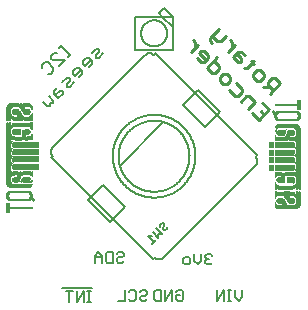
<source format=gbr>
G04 EAGLE Gerber RS-274X export*
G75*
%MOMM*%
%FSLAX34Y34*%
%LPD*%
%INSilkscreen Bottom*%
%IPPOS*%
%AMOC8*
5,1,8,0,0,1.08239X$1,22.5*%
G01*
%ADD10C,0.127000*%
%ADD11C,0.228600*%
%ADD12C,0.203200*%
%ADD13C,0.152400*%
%ADD14R,0.022863X0.462278*%
%ADD15R,0.022863X0.462281*%
%ADD16R,0.022863X0.436881*%
%ADD17R,0.023113X0.462278*%
%ADD18R,0.023113X0.462281*%
%ADD19R,0.023113X0.436881*%
%ADD20R,0.023116X0.462278*%
%ADD21R,0.023116X0.462281*%
%ADD22R,0.023116X0.436881*%
%ADD23R,0.023113X0.022863*%
%ADD24R,0.023116X0.091441*%
%ADD25R,0.023113X0.139700*%
%ADD26R,0.023116X0.185419*%
%ADD27R,0.023113X0.254000*%
%ADD28R,0.023113X0.299719*%
%ADD29R,0.023116X0.345438*%
%ADD30R,0.023113X0.391159*%
%ADD31R,0.023116X0.393700*%
%ADD32R,0.022863X0.325119*%
%ADD33R,0.022863X0.599438*%
%ADD34R,0.022863X0.622300*%
%ADD35R,0.022863X0.530859*%
%ADD36R,0.022863X0.439422*%
%ADD37R,0.022863X0.231138*%
%ADD38R,0.022863X0.071119*%
%ADD39R,0.022863X0.533400*%
%ADD40R,0.022863X0.208281*%
%ADD41R,0.023113X0.345441*%
%ADD42R,0.023113X0.576578*%
%ADD43R,0.023113X0.599438*%
%ADD44R,0.023113X0.508000*%
%ADD45R,0.023113X0.416563*%
%ADD46R,0.023113X0.208278*%
%ADD47R,0.023113X0.553722*%
%ADD48R,0.023113X0.208281*%
%ADD49R,0.023116X0.345441*%
%ADD50R,0.023116X0.530859*%
%ADD51R,0.023116X0.370841*%
%ADD52R,0.023116X0.162559*%
%ADD53R,0.023116X0.576581*%
%ADD54R,0.023116X0.208281*%
%ADD55R,0.023113X0.322578*%
%ADD56R,0.023113X0.485137*%
%ADD57R,0.023113X0.416559*%
%ADD58R,0.023113X0.347981*%
%ADD59R,0.023113X0.116838*%
%ADD60R,0.023113X0.647700*%
%ADD61R,0.023116X0.322581*%
%ADD62R,0.023116X0.485137*%
%ADD63R,0.023116X0.093978*%
%ADD64R,0.023116X0.231141*%
%ADD65R,0.023116X0.693419*%
%ADD66R,0.023113X0.322581*%
%ADD67R,0.023113X0.439419*%
%ADD68R,0.023113X0.370841*%
%ADD69R,0.023113X0.299722*%
%ADD70R,0.023113X0.045719*%
%ADD71R,0.023113X0.739138*%
%ADD72R,0.023113X0.414019*%
%ADD73R,0.023113X0.347978*%
%ADD74R,0.023113X0.762000*%
%ADD75R,0.023116X0.414019*%
%ADD76R,0.023116X0.182881*%
%ADD77R,0.023116X0.347978*%
%ADD78R,0.023116X0.276863*%
%ADD79R,0.023116X0.116841*%
%ADD80R,0.023116X0.276859*%
%ADD81R,0.023116X0.784863*%
%ADD82R,0.023113X0.325119*%
%ADD83R,0.023113X0.276863*%
%ADD84R,0.023113X0.276859*%
%ADD85R,0.023116X0.325119*%
%ADD86R,0.023116X0.391159*%
%ADD87R,0.023116X0.302259*%
%ADD88R,0.023116X0.254000*%
%ADD89R,0.023113X0.302259*%
%ADD90R,0.023113X0.393700*%
%ADD91R,0.023113X0.231141*%
%ADD92R,0.022863X0.302259*%
%ADD93R,0.022863X0.439419*%
%ADD94R,0.022863X0.368300*%
%ADD95R,0.022863X0.391159*%
%ADD96R,0.022863X0.416559*%
%ADD97R,0.022863X0.276863*%
%ADD98R,0.022863X0.205741*%
%ADD99R,0.023113X0.368300*%
%ADD100R,0.023113X0.205741*%
%ADD101R,0.023116X0.368300*%
%ADD102R,0.023116X0.205741*%
%ADD103R,0.023113X0.182881*%
%ADD104R,0.022863X0.276859*%
%ADD105R,0.022863X0.182881*%
%ADD106R,0.023113X0.924559*%
%ADD107R,0.023116X0.924559*%
%ADD108R,0.023113X0.901700*%
%ADD109R,0.023116X0.901700*%
%ADD110R,0.023113X0.878841*%
%ADD111R,0.023116X0.855981*%
%ADD112R,0.023113X0.833119*%
%ADD113R,0.022863X0.787400*%
%ADD114R,0.022863X0.414019*%
%ADD115R,0.022863X0.924559*%
%ADD116R,0.023113X0.739141*%
%ADD117R,0.023116X0.716281*%
%ADD118R,0.023116X0.299722*%
%ADD119R,0.023113X0.670559*%
%ADD120R,0.023116X0.647700*%
%ADD121R,0.023116X0.508000*%
%ADD122R,0.023116X0.299719*%
%ADD123R,0.023113X0.601981*%
%ADD124R,0.023113X0.530859*%
%ADD125R,0.023113X0.231138*%
%ADD126R,0.023113X0.556259*%
%ADD127R,0.023113X0.185419*%
%ADD128R,0.023116X0.533400*%
%ADD129R,0.023116X0.599438*%
%ADD130R,0.023116X0.416563*%
%ADD131R,0.023116X0.116838*%
%ADD132R,0.023113X0.485141*%
%ADD133R,0.023113X0.645159*%
%ADD134R,0.023113X0.716278*%
%ADD135R,0.022863X0.393700*%
%ADD136R,0.022863X0.762000*%
%ADD137R,0.022863X0.624841*%
%ADD138R,0.023113X0.784859*%
%ADD139R,0.023113X0.693422*%
%ADD140R,0.023116X0.830578*%
%ADD141R,0.023116X0.739141*%
%ADD142R,0.023113X0.876300*%
%ADD143R,0.023113X0.807722*%
%ADD144R,0.023116X0.899159*%
%ADD145R,0.023116X0.878841*%
%ADD146R,0.023113X0.922019*%
%ADD147R,0.023113X0.947419*%
%ADD148R,0.023116X0.970278*%
%ADD149R,0.023113X0.970278*%
%ADD150R,0.023116X0.439419*%
%ADD151R,0.022863X0.299722*%
%ADD152R,0.023116X0.416559*%
%ADD153R,0.023116X0.347981*%
%ADD154R,0.023113X0.137159*%
%ADD155R,0.023113X0.093978*%
%ADD156R,0.023113X0.091441*%
%ADD157R,0.023113X0.093981*%
%ADD158R,0.023113X0.114300*%
%ADD159R,0.023116X0.045719*%
%ADD160R,0.023116X0.045722*%
%ADD161R,0.023113X0.071119*%
%ADD162R,0.023113X0.116841*%
%ADD163R,0.023116X0.139700*%
%ADD164R,0.022863X0.322581*%
%ADD165R,0.022863X0.345441*%
%ADD166R,0.022863X0.162559*%
%ADD167R,0.022863X0.576581*%
%ADD168R,0.023113X0.668019*%
%ADD169R,0.023113X0.533400*%
%ADD170R,0.023116X1.455419*%
%ADD171R,0.023116X5.519419*%
%ADD172R,0.023113X1.455419*%
%ADD173R,0.023113X5.519419*%
%ADD174R,0.023116X5.494019*%
%ADD175R,0.023113X1.430019*%
%ADD176R,0.023113X5.494019*%
%ADD177R,0.023116X1.430019*%
%ADD178R,0.023116X5.471159*%
%ADD179R,0.023116X0.762000*%
%ADD180R,0.023113X1.407159*%
%ADD181R,0.023113X5.471159*%
%ADD182R,0.022863X1.384300*%
%ADD183R,0.022863X5.448300*%
%ADD184R,0.022863X0.716278*%
%ADD185R,0.022863X0.878841*%
%ADD186R,0.023113X1.361438*%
%ADD187R,0.023113X5.425438*%
%ADD188R,0.023116X1.338578*%
%ADD189R,0.023116X5.402578*%
%ADD190R,0.023116X0.624841*%
%ADD191R,0.023113X1.292859*%
%ADD192R,0.023113X5.356859*%
%ADD193R,0.023116X1.224278*%
%ADD194R,0.023116X5.288278*%


D10*
X201577Y13597D02*
X201577Y7665D01*
X198611Y4699D01*
X195645Y7665D01*
X195645Y13597D01*
X192221Y4699D02*
X189256Y4699D01*
X190739Y4699D02*
X190739Y13597D01*
X192221Y13597D02*
X189256Y13597D01*
X185985Y13597D02*
X185985Y4699D01*
X180053Y4699D02*
X185985Y13597D01*
X180053Y13597D02*
X180053Y4699D01*
X176466Y42848D02*
X174983Y44331D01*
X172017Y44331D01*
X170534Y42848D01*
X170534Y41365D01*
X172017Y39882D01*
X173500Y39882D01*
X172017Y39882D02*
X170534Y38399D01*
X170534Y36916D01*
X172017Y35433D01*
X174983Y35433D01*
X176466Y36916D01*
X167111Y38399D02*
X167111Y44331D01*
X167111Y38399D02*
X164145Y35433D01*
X161179Y38399D01*
X161179Y44331D01*
X156273Y35433D02*
X153307Y35433D01*
X151824Y36916D01*
X151824Y39882D01*
X153307Y41365D01*
X156273Y41365D01*
X157755Y39882D01*
X157755Y36916D01*
X156273Y35433D01*
X147379Y13597D02*
X145896Y12114D01*
X147379Y13597D02*
X150345Y13597D01*
X151828Y12114D01*
X151828Y6182D01*
X150345Y4699D01*
X147379Y4699D01*
X145896Y6182D01*
X145896Y9148D01*
X148862Y9148D01*
X142473Y4699D02*
X142473Y13597D01*
X136541Y4699D01*
X136541Y13597D01*
X133117Y13597D02*
X133117Y4699D01*
X128669Y4699D01*
X127186Y6182D01*
X127186Y12114D01*
X128669Y13597D01*
X133117Y13597D01*
X96833Y45855D02*
X95350Y44372D01*
X96833Y45855D02*
X99799Y45855D01*
X101282Y44372D01*
X101282Y42889D01*
X99799Y41406D01*
X96833Y41406D01*
X95350Y39923D01*
X95350Y38440D01*
X96833Y36957D01*
X99799Y36957D01*
X101282Y38440D01*
X91927Y36957D02*
X91927Y45855D01*
X91927Y36957D02*
X87478Y36957D01*
X85995Y38440D01*
X85995Y44372D01*
X87478Y45855D01*
X91927Y45855D01*
X82571Y42889D02*
X82571Y36957D01*
X82571Y42889D02*
X79606Y45855D01*
X76640Y42889D01*
X76640Y36957D01*
X76640Y41406D02*
X82571Y41406D01*
X114908Y11860D02*
X116391Y13343D01*
X119357Y13343D01*
X120840Y11860D01*
X120840Y10377D01*
X119357Y8894D01*
X116391Y8894D01*
X114908Y7411D01*
X114908Y5928D01*
X116391Y4445D01*
X119357Y4445D01*
X120840Y5928D01*
X107036Y13343D02*
X105553Y11860D01*
X107036Y13343D02*
X110002Y13343D01*
X111485Y11860D01*
X111485Y5928D01*
X110002Y4445D01*
X107036Y4445D01*
X105553Y5928D01*
X102129Y4445D02*
X102129Y13343D01*
X102129Y4445D02*
X96198Y4445D01*
X74196Y15113D02*
X49248Y15113D01*
X70595Y3683D02*
X73561Y3683D01*
X72078Y3683D02*
X72078Y12581D01*
X73561Y12581D02*
X70595Y12581D01*
X67324Y12581D02*
X67324Y3683D01*
X61392Y3683D02*
X67324Y12581D01*
X61392Y12581D02*
X61392Y3683D01*
X55003Y3683D02*
X55003Y12581D01*
X57969Y12581D02*
X52037Y12581D01*
D11*
X225088Y179773D02*
X233896Y188581D01*
X229492Y192985D01*
X226556Y192985D01*
X223620Y190049D01*
X223620Y187113D01*
X228024Y182709D01*
X225088Y185645D02*
X219216Y185645D01*
X214028Y190833D02*
X211092Y193769D01*
X211092Y196705D01*
X214028Y199641D01*
X216964Y199641D01*
X219900Y196705D01*
X219900Y193769D01*
X216964Y190833D01*
X214028Y190833D01*
X205904Y201893D02*
X211777Y207765D01*
X205904Y201893D02*
X202968Y201893D01*
X208840Y207765D02*
X211777Y204829D01*
X203914Y212691D02*
X200978Y215627D01*
X198042Y215627D01*
X193638Y211223D01*
X198042Y206819D01*
X200978Y206819D01*
X200978Y209755D01*
X196574Y214159D01*
X189918Y214943D02*
X195790Y220815D01*
X192854Y217879D02*
X192854Y223751D01*
X191386Y225219D01*
X187797Y228809D02*
X183393Y224404D01*
X180457Y224404D01*
X176053Y228809D01*
X174585Y227340D02*
X181925Y234681D01*
X174585Y227340D02*
X174585Y224404D01*
X176053Y222936D01*
X218793Y172433D02*
X224665Y166561D01*
X215857Y157753D01*
X209985Y163625D01*
X217325Y165093D02*
X220261Y162157D01*
X212137Y173217D02*
X206265Y167345D01*
X212137Y173217D02*
X207733Y177621D01*
X204797Y177621D01*
X200393Y173217D01*
X201077Y184277D02*
X196673Y188681D01*
X201077Y184277D02*
X201077Y181340D01*
X198141Y178404D01*
X195205Y178404D01*
X190801Y182809D01*
X185613Y187996D02*
X182677Y190932D01*
X182677Y193868D01*
X185613Y196804D01*
X188549Y196804D01*
X191486Y193868D01*
X191486Y190932D01*
X188549Y187996D01*
X185613Y187996D01*
X171617Y201992D02*
X180426Y210800D01*
X171617Y201992D02*
X176022Y197588D01*
X178958Y197588D01*
X181894Y200524D01*
X181894Y203460D01*
X177490Y207864D01*
X166430Y207180D02*
X163494Y210116D01*
X166430Y207180D02*
X169366Y207180D01*
X172302Y210116D01*
X172302Y213052D01*
X169366Y215988D01*
X166430Y215988D01*
X164962Y214520D01*
X170834Y208648D01*
X158306Y215304D02*
X164178Y221176D01*
X161242Y218240D02*
X161242Y224112D01*
X159774Y225580D01*
D12*
X56873Y213930D02*
X54357Y211414D01*
X55615Y212672D02*
X48065Y220222D01*
X49324Y221480D02*
X46807Y218963D01*
X51361Y208418D02*
X46328Y203384D01*
X51361Y208418D02*
X41294Y208418D01*
X40036Y209676D01*
X40036Y212193D01*
X42553Y214709D01*
X45069Y214709D01*
X31767Y203924D02*
X31767Y201407D01*
X31767Y203924D02*
X34284Y206440D01*
X36800Y206440D01*
X41834Y201407D01*
X41834Y198890D01*
X39317Y196374D01*
X36800Y196374D01*
X80350Y210466D02*
X84125Y214241D01*
X80350Y210466D02*
X77834Y210466D01*
X77834Y212983D01*
X80350Y215500D01*
X80350Y218016D01*
X77834Y218016D01*
X74059Y214241D01*
X74598Y204714D02*
X72081Y202197D01*
X74598Y204714D02*
X74598Y207231D01*
X72081Y209747D01*
X69565Y209747D01*
X67048Y207231D01*
X67048Y204714D01*
X68307Y203456D01*
X73340Y208489D01*
X66329Y196445D02*
X63813Y193929D01*
X66329Y196445D02*
X66329Y198962D01*
X63813Y201478D01*
X61296Y201478D01*
X58779Y198962D01*
X58779Y196445D01*
X60038Y195187D01*
X65071Y200220D01*
X59319Y189435D02*
X55544Y185660D01*
X53027Y185660D01*
X53027Y188176D01*
X55544Y190693D01*
X55544Y193210D01*
X53027Y193210D01*
X49252Y189435D01*
X44758Y184941D02*
X42242Y182424D01*
X42242Y179907D01*
X46017Y176132D01*
X49791Y179907D01*
X49791Y182424D01*
X47275Y182424D01*
X43500Y178649D01*
X41523Y174155D02*
X37748Y177930D01*
X41523Y174155D02*
X41523Y171638D01*
X39006Y171638D01*
X39006Y169122D01*
X36489Y169122D01*
X32714Y172897D01*
D10*
X98716Y119929D02*
X134071Y155284D01*
X212914Y119575D02*
X134425Y41087D01*
X214328Y128061D02*
X128061Y214328D01*
X119575Y212913D02*
X41087Y134425D01*
X39672Y125939D02*
X125939Y39672D01*
X127353Y41086D02*
X127454Y40989D01*
X127557Y40894D01*
X127663Y40802D01*
X127772Y40713D01*
X127882Y40627D01*
X127996Y40544D01*
X128111Y40465D01*
X128229Y40388D01*
X128349Y40315D01*
X128470Y40246D01*
X128594Y40180D01*
X128720Y40117D01*
X128847Y40058D01*
X128976Y40003D01*
X129106Y39951D01*
X129238Y39903D01*
X129371Y39858D01*
X129505Y39817D01*
X129640Y39780D01*
X129776Y39747D01*
X129914Y39718D01*
X130051Y39693D01*
X130190Y39671D01*
X130329Y39653D01*
X130469Y39640D01*
X130609Y39630D01*
X130749Y39624D01*
X130889Y39622D01*
X131029Y39624D01*
X131169Y39630D01*
X131309Y39640D01*
X131449Y39653D01*
X131588Y39671D01*
X131727Y39693D01*
X131864Y39718D01*
X132002Y39747D01*
X132138Y39780D01*
X132273Y39817D01*
X132407Y39858D01*
X132540Y39903D01*
X132672Y39951D01*
X132802Y40003D01*
X132931Y40058D01*
X133058Y40117D01*
X133184Y40180D01*
X133308Y40246D01*
X133429Y40315D01*
X133549Y40388D01*
X133667Y40465D01*
X133782Y40544D01*
X133896Y40627D01*
X134006Y40713D01*
X134115Y40802D01*
X134221Y40894D01*
X134324Y40989D01*
X134425Y41086D01*
X127354Y41087D02*
X125939Y39672D01*
X212914Y119575D02*
X213011Y119676D01*
X213106Y119779D01*
X213198Y119885D01*
X213287Y119994D01*
X213373Y120104D01*
X213456Y120218D01*
X213535Y120333D01*
X213612Y120451D01*
X213685Y120571D01*
X213754Y120692D01*
X213820Y120816D01*
X213883Y120942D01*
X213942Y121069D01*
X213997Y121198D01*
X214049Y121328D01*
X214097Y121460D01*
X214142Y121593D01*
X214183Y121727D01*
X214220Y121862D01*
X214253Y121998D01*
X214282Y122136D01*
X214307Y122273D01*
X214329Y122412D01*
X214347Y122551D01*
X214360Y122691D01*
X214370Y122831D01*
X214376Y122971D01*
X214378Y123111D01*
X214376Y123251D01*
X214370Y123391D01*
X214360Y123531D01*
X214347Y123671D01*
X214329Y123810D01*
X214307Y123949D01*
X214282Y124086D01*
X214253Y124224D01*
X214220Y124360D01*
X214183Y124495D01*
X214142Y124629D01*
X214097Y124762D01*
X214049Y124894D01*
X213997Y125024D01*
X213942Y125153D01*
X213883Y125280D01*
X213820Y125406D01*
X213754Y125530D01*
X213685Y125651D01*
X213612Y125771D01*
X213535Y125889D01*
X213456Y126004D01*
X213373Y126118D01*
X213287Y126228D01*
X213198Y126337D01*
X213106Y126443D01*
X213011Y126546D01*
X212914Y126647D01*
X212914Y126646D02*
X214328Y128061D01*
X41087Y127354D02*
X39672Y125939D01*
X41086Y127353D02*
X40989Y127454D01*
X40894Y127557D01*
X40802Y127663D01*
X40713Y127772D01*
X40627Y127882D01*
X40544Y127996D01*
X40465Y128111D01*
X40388Y128229D01*
X40315Y128349D01*
X40246Y128470D01*
X40180Y128594D01*
X40117Y128720D01*
X40058Y128847D01*
X40003Y128976D01*
X39951Y129106D01*
X39903Y129238D01*
X39858Y129371D01*
X39817Y129505D01*
X39780Y129640D01*
X39747Y129776D01*
X39718Y129914D01*
X39693Y130051D01*
X39671Y130190D01*
X39653Y130329D01*
X39640Y130469D01*
X39630Y130609D01*
X39624Y130749D01*
X39622Y130889D01*
X39624Y131029D01*
X39630Y131169D01*
X39640Y131309D01*
X39653Y131449D01*
X39671Y131588D01*
X39693Y131727D01*
X39718Y131864D01*
X39747Y132002D01*
X39780Y132138D01*
X39817Y132273D01*
X39858Y132407D01*
X39903Y132540D01*
X39951Y132672D01*
X40003Y132802D01*
X40058Y132931D01*
X40117Y133058D01*
X40180Y133184D01*
X40246Y133308D01*
X40315Y133429D01*
X40388Y133549D01*
X40465Y133667D01*
X40544Y133782D01*
X40627Y133896D01*
X40713Y134006D01*
X40802Y134115D01*
X40894Y134221D01*
X40989Y134324D01*
X41086Y134425D01*
X126646Y212913D02*
X128061Y214328D01*
X126647Y212914D02*
X126546Y213011D01*
X126443Y213106D01*
X126337Y213198D01*
X126228Y213287D01*
X126118Y213373D01*
X126004Y213456D01*
X125889Y213535D01*
X125771Y213612D01*
X125651Y213685D01*
X125530Y213754D01*
X125406Y213820D01*
X125280Y213883D01*
X125153Y213942D01*
X125024Y213997D01*
X124894Y214049D01*
X124762Y214097D01*
X124629Y214142D01*
X124495Y214183D01*
X124360Y214220D01*
X124224Y214253D01*
X124086Y214282D01*
X123949Y214307D01*
X123810Y214329D01*
X123671Y214347D01*
X123531Y214360D01*
X123391Y214370D01*
X123251Y214376D01*
X123111Y214378D01*
X122971Y214376D01*
X122831Y214370D01*
X122691Y214360D01*
X122551Y214347D01*
X122412Y214329D01*
X122273Y214307D01*
X122136Y214282D01*
X121998Y214253D01*
X121862Y214220D01*
X121727Y214183D01*
X121593Y214142D01*
X121460Y214097D01*
X121328Y214049D01*
X121198Y213997D01*
X121069Y213942D01*
X120942Y213883D01*
X120816Y213820D01*
X120692Y213754D01*
X120571Y213685D01*
X120451Y213612D01*
X120333Y213535D01*
X120218Y213456D01*
X120104Y213373D01*
X119994Y213287D01*
X119885Y213198D01*
X119779Y213106D01*
X119676Y213011D01*
X119575Y212914D01*
X71139Y89523D02*
X89523Y71139D01*
X71139Y89523D02*
X83867Y102251D01*
X102251Y83866D01*
X89523Y71139D01*
X182861Y164477D02*
X164477Y182861D01*
X182861Y164477D02*
X170134Y151749D01*
X151749Y170134D01*
X164477Y182861D01*
X92000Y127000D02*
X92011Y127859D01*
X92042Y128717D01*
X92095Y129575D01*
X92169Y130431D01*
X92263Y131284D01*
X92379Y132136D01*
X92515Y132984D01*
X92673Y133828D01*
X92850Y134669D01*
X93049Y135504D01*
X93268Y136335D01*
X93507Y137160D01*
X93767Y137979D01*
X94046Y138791D01*
X94345Y139596D01*
X94664Y140394D01*
X95003Y141183D01*
X95360Y141964D01*
X95737Y142736D01*
X96133Y143499D01*
X96547Y144251D01*
X96979Y144994D01*
X97430Y145725D01*
X97899Y146445D01*
X98385Y147153D01*
X98888Y147849D01*
X99408Y148533D01*
X99945Y149204D01*
X100498Y149861D01*
X101067Y150505D01*
X101651Y151134D01*
X102251Y151749D01*
X102866Y152349D01*
X103495Y152933D01*
X104139Y153502D01*
X104796Y154055D01*
X105467Y154592D01*
X106151Y155112D01*
X106847Y155615D01*
X107555Y156101D01*
X108275Y156570D01*
X109006Y157021D01*
X109749Y157453D01*
X110501Y157867D01*
X111264Y158263D01*
X112036Y158640D01*
X112817Y158997D01*
X113606Y159336D01*
X114404Y159655D01*
X115209Y159954D01*
X116021Y160233D01*
X116840Y160493D01*
X117665Y160732D01*
X118496Y160951D01*
X119331Y161150D01*
X120172Y161327D01*
X121016Y161485D01*
X121864Y161621D01*
X122716Y161737D01*
X123569Y161831D01*
X124425Y161905D01*
X125283Y161958D01*
X126141Y161989D01*
X127000Y162000D01*
X127859Y161989D01*
X128717Y161958D01*
X129575Y161905D01*
X130431Y161831D01*
X131284Y161737D01*
X132136Y161621D01*
X132984Y161485D01*
X133828Y161327D01*
X134669Y161150D01*
X135504Y160951D01*
X136335Y160732D01*
X137160Y160493D01*
X137979Y160233D01*
X138791Y159954D01*
X139596Y159655D01*
X140394Y159336D01*
X141183Y158997D01*
X141964Y158640D01*
X142736Y158263D01*
X143499Y157867D01*
X144251Y157453D01*
X144994Y157021D01*
X145725Y156570D01*
X146445Y156101D01*
X147153Y155615D01*
X147849Y155112D01*
X148533Y154592D01*
X149204Y154055D01*
X149861Y153502D01*
X150505Y152933D01*
X151134Y152349D01*
X151749Y151749D01*
X152349Y151134D01*
X152933Y150505D01*
X153502Y149861D01*
X154055Y149204D01*
X154592Y148533D01*
X155112Y147849D01*
X155615Y147153D01*
X156101Y146445D01*
X156570Y145725D01*
X157021Y144994D01*
X157453Y144251D01*
X157867Y143499D01*
X158263Y142736D01*
X158640Y141964D01*
X158997Y141183D01*
X159336Y140394D01*
X159655Y139596D01*
X159954Y138791D01*
X160233Y137979D01*
X160493Y137160D01*
X160732Y136335D01*
X160951Y135504D01*
X161150Y134669D01*
X161327Y133828D01*
X161485Y132984D01*
X161621Y132136D01*
X161737Y131284D01*
X161831Y130431D01*
X161905Y129575D01*
X161958Y128717D01*
X161989Y127859D01*
X162000Y127000D01*
X161989Y126141D01*
X161958Y125283D01*
X161905Y124425D01*
X161831Y123569D01*
X161737Y122716D01*
X161621Y121864D01*
X161485Y121016D01*
X161327Y120172D01*
X161150Y119331D01*
X160951Y118496D01*
X160732Y117665D01*
X160493Y116840D01*
X160233Y116021D01*
X159954Y115209D01*
X159655Y114404D01*
X159336Y113606D01*
X158997Y112817D01*
X158640Y112036D01*
X158263Y111264D01*
X157867Y110501D01*
X157453Y109749D01*
X157021Y109006D01*
X156570Y108275D01*
X156101Y107555D01*
X155615Y106847D01*
X155112Y106151D01*
X154592Y105467D01*
X154055Y104796D01*
X153502Y104139D01*
X152933Y103495D01*
X152349Y102866D01*
X151749Y102251D01*
X151134Y101651D01*
X150505Y101067D01*
X149861Y100498D01*
X149204Y99945D01*
X148533Y99408D01*
X147849Y98888D01*
X147153Y98385D01*
X146445Y97899D01*
X145725Y97430D01*
X144994Y96979D01*
X144251Y96547D01*
X143499Y96133D01*
X142736Y95737D01*
X141964Y95360D01*
X141183Y95003D01*
X140394Y94664D01*
X139596Y94345D01*
X138791Y94046D01*
X137979Y93767D01*
X137160Y93507D01*
X136335Y93268D01*
X135504Y93049D01*
X134669Y92850D01*
X133828Y92673D01*
X132984Y92515D01*
X132136Y92379D01*
X131284Y92263D01*
X130431Y92169D01*
X129575Y92095D01*
X128717Y92042D01*
X127859Y92011D01*
X127000Y92000D01*
X126141Y92011D01*
X125283Y92042D01*
X124425Y92095D01*
X123569Y92169D01*
X122716Y92263D01*
X121864Y92379D01*
X121016Y92515D01*
X120172Y92673D01*
X119331Y92850D01*
X118496Y93049D01*
X117665Y93268D01*
X116840Y93507D01*
X116021Y93767D01*
X115209Y94046D01*
X114404Y94345D01*
X113606Y94664D01*
X112817Y95003D01*
X112036Y95360D01*
X111264Y95737D01*
X110501Y96133D01*
X109749Y96547D01*
X109006Y96979D01*
X108275Y97430D01*
X107555Y97899D01*
X106847Y98385D01*
X106151Y98888D01*
X105467Y99408D01*
X104796Y99945D01*
X104139Y100498D01*
X103495Y101067D01*
X102866Y101651D01*
X102251Y102251D01*
X101651Y102866D01*
X101067Y103495D01*
X100498Y104139D01*
X99945Y104796D01*
X99408Y105467D01*
X98888Y106151D01*
X98385Y106847D01*
X97899Y107555D01*
X97430Y108275D01*
X96979Y109006D01*
X96547Y109749D01*
X96133Y110501D01*
X95737Y111264D01*
X95360Y112036D01*
X95003Y112817D01*
X94664Y113606D01*
X94345Y114404D01*
X94046Y115209D01*
X93767Y116021D01*
X93507Y116840D01*
X93268Y117665D01*
X93049Y118496D01*
X92850Y119331D01*
X92673Y120172D01*
X92515Y121016D01*
X92379Y121864D01*
X92263Y122716D01*
X92169Y123569D01*
X92095Y124425D01*
X92042Y125283D01*
X92011Y126141D01*
X92000Y127000D01*
X97000Y127000D02*
X97009Y127736D01*
X97036Y128472D01*
X97081Y129207D01*
X97144Y129941D01*
X97226Y130672D01*
X97325Y131402D01*
X97442Y132129D01*
X97576Y132853D01*
X97729Y133573D01*
X97899Y134289D01*
X98087Y135001D01*
X98292Y135709D01*
X98514Y136410D01*
X98754Y137107D01*
X99010Y137797D01*
X99284Y138481D01*
X99574Y139157D01*
X99880Y139827D01*
X100203Y140488D01*
X100542Y141142D01*
X100897Y141787D01*
X101268Y142423D01*
X101654Y143050D01*
X102056Y143667D01*
X102472Y144274D01*
X102904Y144871D01*
X103350Y145457D01*
X103810Y146032D01*
X104284Y146595D01*
X104771Y147147D01*
X105273Y147686D01*
X105787Y148213D01*
X106314Y148727D01*
X106853Y149229D01*
X107405Y149716D01*
X107968Y150190D01*
X108543Y150650D01*
X109129Y151096D01*
X109726Y151528D01*
X110333Y151944D01*
X110950Y152346D01*
X111577Y152732D01*
X112213Y153103D01*
X112858Y153458D01*
X113512Y153797D01*
X114173Y154120D01*
X114843Y154426D01*
X115519Y154716D01*
X116203Y154990D01*
X116893Y155246D01*
X117590Y155486D01*
X118291Y155708D01*
X118999Y155913D01*
X119711Y156101D01*
X120427Y156271D01*
X121147Y156424D01*
X121871Y156558D01*
X122598Y156675D01*
X123328Y156774D01*
X124059Y156856D01*
X124793Y156919D01*
X125528Y156964D01*
X126264Y156991D01*
X127000Y157000D01*
X127736Y156991D01*
X128472Y156964D01*
X129207Y156919D01*
X129941Y156856D01*
X130672Y156774D01*
X131402Y156675D01*
X132129Y156558D01*
X132853Y156424D01*
X133573Y156271D01*
X134289Y156101D01*
X135001Y155913D01*
X135709Y155708D01*
X136410Y155486D01*
X137107Y155246D01*
X137797Y154990D01*
X138481Y154716D01*
X139157Y154426D01*
X139827Y154120D01*
X140488Y153797D01*
X141142Y153458D01*
X141787Y153103D01*
X142423Y152732D01*
X143050Y152346D01*
X143667Y151944D01*
X144274Y151528D01*
X144871Y151096D01*
X145457Y150650D01*
X146032Y150190D01*
X146595Y149716D01*
X147147Y149229D01*
X147686Y148727D01*
X148213Y148213D01*
X148727Y147686D01*
X149229Y147147D01*
X149716Y146595D01*
X150190Y146032D01*
X150650Y145457D01*
X151096Y144871D01*
X151528Y144274D01*
X151944Y143667D01*
X152346Y143050D01*
X152732Y142423D01*
X153103Y141787D01*
X153458Y141142D01*
X153797Y140488D01*
X154120Y139827D01*
X154426Y139157D01*
X154716Y138481D01*
X154990Y137797D01*
X155246Y137107D01*
X155486Y136410D01*
X155708Y135709D01*
X155913Y135001D01*
X156101Y134289D01*
X156271Y133573D01*
X156424Y132853D01*
X156558Y132129D01*
X156675Y131402D01*
X156774Y130672D01*
X156856Y129941D01*
X156919Y129207D01*
X156964Y128472D01*
X156991Y127736D01*
X157000Y127000D01*
X156991Y126264D01*
X156964Y125528D01*
X156919Y124793D01*
X156856Y124059D01*
X156774Y123328D01*
X156675Y122598D01*
X156558Y121871D01*
X156424Y121147D01*
X156271Y120427D01*
X156101Y119711D01*
X155913Y118999D01*
X155708Y118291D01*
X155486Y117590D01*
X155246Y116893D01*
X154990Y116203D01*
X154716Y115519D01*
X154426Y114843D01*
X154120Y114173D01*
X153797Y113512D01*
X153458Y112858D01*
X153103Y112213D01*
X152732Y111577D01*
X152346Y110950D01*
X151944Y110333D01*
X151528Y109726D01*
X151096Y109129D01*
X150650Y108543D01*
X150190Y107968D01*
X149716Y107405D01*
X149229Y106853D01*
X148727Y106314D01*
X148213Y105787D01*
X147686Y105273D01*
X147147Y104771D01*
X146595Y104284D01*
X146032Y103810D01*
X145457Y103350D01*
X144871Y102904D01*
X144274Y102472D01*
X143667Y102056D01*
X143050Y101654D01*
X142423Y101268D01*
X141787Y100897D01*
X141142Y100542D01*
X140488Y100203D01*
X139827Y99880D01*
X139157Y99574D01*
X138481Y99284D01*
X137797Y99010D01*
X137107Y98754D01*
X136410Y98514D01*
X135709Y98292D01*
X135001Y98087D01*
X134289Y97899D01*
X133573Y97729D01*
X132853Y97576D01*
X132129Y97442D01*
X131402Y97325D01*
X130672Y97226D01*
X129941Y97144D01*
X129207Y97081D01*
X128472Y97036D01*
X127736Y97009D01*
X127000Y97000D01*
X126264Y97009D01*
X125528Y97036D01*
X124793Y97081D01*
X124059Y97144D01*
X123328Y97226D01*
X122598Y97325D01*
X121871Y97442D01*
X121147Y97576D01*
X120427Y97729D01*
X119711Y97899D01*
X118999Y98087D01*
X118291Y98292D01*
X117590Y98514D01*
X116893Y98754D01*
X116203Y99010D01*
X115519Y99284D01*
X114843Y99574D01*
X114173Y99880D01*
X113512Y100203D01*
X112858Y100542D01*
X112213Y100897D01*
X111577Y101268D01*
X110950Y101654D01*
X110333Y102056D01*
X109726Y102472D01*
X109129Y102904D01*
X108543Y103350D01*
X107968Y103810D01*
X107405Y104284D01*
X106853Y104771D01*
X106314Y105273D01*
X105787Y105787D01*
X105273Y106314D01*
X104771Y106853D01*
X104284Y107405D01*
X103810Y107968D01*
X103350Y108543D01*
X102904Y109129D01*
X102472Y109726D01*
X102056Y110333D01*
X101654Y110950D01*
X101268Y111577D01*
X100897Y112213D01*
X100542Y112858D01*
X100203Y113512D01*
X99880Y114173D01*
X99574Y114843D01*
X99284Y115519D01*
X99010Y116203D01*
X98754Y116893D01*
X98514Y117590D01*
X98292Y118291D01*
X98087Y118999D01*
X97899Y119711D01*
X97729Y120427D01*
X97576Y121147D01*
X97442Y121871D01*
X97325Y122598D01*
X97226Y123328D01*
X97144Y124059D01*
X97081Y124793D01*
X97036Y125528D01*
X97009Y126264D01*
X97000Y127000D01*
D13*
X131909Y68896D02*
X131909Y67339D01*
X131909Y68896D02*
X133467Y70454D01*
X135025Y70454D01*
X135804Y69675D01*
X135804Y68118D01*
X134246Y66560D01*
X134246Y65002D01*
X135025Y64223D01*
X136583Y64223D01*
X138140Y65781D01*
X138140Y67339D01*
X133627Y61267D02*
X128954Y65941D01*
X130512Y61267D02*
X133627Y61267D01*
X130512Y61267D02*
X130511Y58152D01*
X125838Y62825D01*
X125219Y59091D02*
X122104Y59091D01*
X126777Y54417D01*
X125219Y52860D02*
X128335Y55975D01*
D14*
X224790Y117297D03*
D15*
X224790Y123546D03*
X224790Y129769D03*
D16*
X224790Y136119D03*
D17*
X225020Y117297D03*
D18*
X225020Y123546D03*
X225020Y129769D03*
D19*
X225020Y136119D03*
D20*
X225251Y117297D03*
D21*
X225251Y123546D03*
X225251Y129769D03*
D22*
X225251Y136119D03*
D17*
X225482Y117297D03*
D18*
X225482Y123546D03*
X225482Y129769D03*
D19*
X225482Y136119D03*
D20*
X225713Y117297D03*
D21*
X225713Y123546D03*
X225713Y129769D03*
D22*
X225713Y136119D03*
D17*
X225944Y117297D03*
D18*
X225944Y123546D03*
X225944Y129769D03*
D19*
X225944Y136119D03*
D17*
X226176Y117297D03*
D18*
X226176Y123546D03*
X226176Y129769D03*
D19*
X226176Y136119D03*
D20*
X226407Y117297D03*
D21*
X226407Y123546D03*
X226407Y129769D03*
D22*
X226407Y136119D03*
D17*
X226638Y117297D03*
D18*
X226638Y123546D03*
X226638Y129769D03*
D19*
X226638Y136119D03*
D20*
X226869Y117297D03*
D21*
X226869Y123546D03*
X226869Y129769D03*
D22*
X226869Y136119D03*
D17*
X227100Y117297D03*
D18*
X227100Y123546D03*
X227100Y129769D03*
D19*
X227100Y136119D03*
D14*
X227330Y117297D03*
D15*
X227330Y123546D03*
X227330Y129769D03*
D16*
X227330Y136119D03*
D17*
X227560Y117297D03*
D18*
X227560Y123546D03*
X227560Y129769D03*
D19*
X227560Y136119D03*
D23*
X227560Y164529D03*
D20*
X227791Y117297D03*
D21*
X227791Y123546D03*
X227791Y129769D03*
D22*
X227791Y136119D03*
D24*
X227791Y164414D03*
D17*
X228022Y117297D03*
D18*
X228022Y123546D03*
X228022Y129769D03*
D19*
X228022Y136119D03*
D25*
X228022Y164173D03*
D20*
X228253Y117297D03*
D21*
X228253Y123546D03*
X228253Y129769D03*
D22*
X228253Y136119D03*
D26*
X228253Y164173D03*
D17*
X228484Y117297D03*
D18*
X228484Y123546D03*
X228484Y129769D03*
D19*
X228484Y136119D03*
D27*
X228484Y164059D03*
D17*
X228716Y117297D03*
D18*
X228716Y123546D03*
X228716Y129769D03*
D19*
X228716Y136119D03*
D28*
X228716Y163830D03*
D20*
X228947Y117297D03*
D21*
X228947Y123546D03*
X228947Y129769D03*
D22*
X228947Y136119D03*
D29*
X228947Y163830D03*
D30*
X229178Y163601D03*
D31*
X229409Y163132D03*
D17*
X229640Y162103D03*
D32*
X229870Y86131D03*
D33*
X229870Y93980D03*
D34*
X229870Y101714D03*
D35*
X229870Y110731D03*
D14*
X229870Y117297D03*
D15*
X229870Y123546D03*
X229870Y129769D03*
D16*
X229870Y136119D03*
D36*
X229870Y142354D03*
D37*
X229870Y148019D03*
D38*
X229870Y151130D03*
D39*
X229870Y161290D03*
D40*
X229870Y170536D03*
D41*
X230100Y85776D03*
D42*
X230100Y94094D03*
D43*
X230100Y101600D03*
D44*
X230100Y110846D03*
D17*
X230100Y117297D03*
D18*
X230100Y123546D03*
X230100Y129769D03*
D19*
X230100Y136119D03*
D45*
X230100Y142240D03*
D46*
X230100Y148133D03*
D25*
X230100Y151473D03*
D47*
X230100Y160706D03*
D48*
X230100Y170536D03*
D49*
X230331Y85319D03*
D50*
X230331Y94323D03*
X230331Y101257D03*
D20*
X230331Y111074D03*
X230331Y117297D03*
D21*
X230331Y123546D03*
X230331Y129769D03*
D22*
X230331Y136119D03*
D51*
X230331Y142011D03*
D52*
X230331Y148361D03*
D26*
X230331Y151702D03*
D53*
X230331Y160592D03*
D54*
X230331Y170536D03*
D55*
X230562Y84976D03*
D56*
X230562Y94552D03*
D44*
X230562Y101143D03*
D57*
X230562Y111303D03*
D17*
X230562Y117297D03*
D18*
X230562Y123546D03*
X230562Y129769D03*
D19*
X230562Y136119D03*
D58*
X230562Y141897D03*
D59*
X230562Y148590D03*
D46*
X230562Y151816D03*
D60*
X230562Y160719D03*
D48*
X230562Y170536D03*
D61*
X230793Y84747D03*
D20*
X230793Y94666D03*
D62*
X230793Y101029D03*
D31*
X230793Y111417D03*
D20*
X230793Y117297D03*
D21*
X230793Y123546D03*
X230793Y129769D03*
D22*
X230793Y136119D03*
D61*
X230793Y141770D03*
D63*
X230793Y148704D03*
D64*
X230793Y151930D03*
D65*
X230793Y160719D03*
D54*
X230793Y170536D03*
D66*
X231024Y84519D03*
D67*
X231024Y94780D03*
D17*
X231024Y100914D03*
D68*
X231024Y111531D03*
D17*
X231024Y117297D03*
D18*
X231024Y123546D03*
X231024Y129769D03*
D19*
X231024Y136119D03*
D69*
X231024Y141656D03*
D70*
X231024Y148946D03*
D27*
X231024Y152044D03*
D71*
X231024Y160719D03*
D48*
X231024Y170536D03*
D66*
X231256Y84290D03*
D72*
X231256Y94907D03*
D67*
X231256Y100800D03*
D73*
X231256Y111646D03*
D17*
X231256Y117297D03*
D18*
X231256Y123546D03*
X231256Y129769D03*
D19*
X231256Y136119D03*
D69*
X231256Y141656D03*
D27*
X231256Y152044D03*
D74*
X231256Y160604D03*
D48*
X231256Y170536D03*
D61*
X231487Y84290D03*
D64*
X231487Y89370D03*
D75*
X231487Y94907D03*
X231487Y100673D03*
D76*
X231487Y106451D03*
D77*
X231487Y111646D03*
D20*
X231487Y117297D03*
D21*
X231487Y123546D03*
X231487Y129769D03*
D22*
X231487Y136119D03*
D78*
X231487Y141542D03*
D79*
X231487Y146279D03*
D80*
X231487Y152159D03*
D81*
X231487Y160719D03*
D54*
X231487Y170536D03*
D82*
X231718Y84049D03*
D66*
X231718Y89370D03*
D30*
X231718Y95021D03*
D72*
X231718Y100673D03*
D82*
X231718Y106451D03*
X231718Y111760D03*
D17*
X231718Y117297D03*
D18*
X231718Y123546D03*
X231718Y129769D03*
D19*
X231718Y136119D03*
D83*
X231718Y141542D03*
D84*
X231718Y146393D03*
X231718Y152159D03*
D83*
X231718Y158179D03*
D84*
X231718Y163487D03*
D48*
X231718Y170536D03*
D85*
X231949Y84049D03*
D51*
X231949Y89357D03*
D86*
X231949Y95021D03*
D75*
X231949Y100673D03*
D51*
X231949Y106451D03*
D85*
X231949Y111760D03*
D20*
X231949Y117297D03*
D21*
X231949Y123546D03*
X231949Y129769D03*
D22*
X231949Y136119D03*
D78*
X231949Y141542D03*
D49*
X231949Y146507D03*
D87*
X231949Y152286D03*
D88*
X231949Y157836D03*
D64*
X231949Y163716D03*
D54*
X231949Y170536D03*
D82*
X232180Y84049D03*
D57*
X232180Y89357D03*
D30*
X232180Y95021D03*
X232180Y100559D03*
D57*
X232180Y106451D03*
D89*
X232180Y111874D03*
D17*
X232180Y117297D03*
D18*
X232180Y123546D03*
X232180Y129769D03*
D19*
X232180Y136119D03*
D83*
X232180Y141542D03*
D90*
X232180Y146749D03*
D89*
X232180Y152286D03*
D91*
X232180Y157721D03*
D48*
X232180Y163830D03*
X232180Y170536D03*
D92*
X232410Y83934D03*
D93*
X232410Y89243D03*
D94*
X232410Y95136D03*
D95*
X232410Y100559D03*
D96*
X232410Y106451D03*
D92*
X232410Y111874D03*
D14*
X232410Y117297D03*
D15*
X232410Y123546D03*
X232410Y129769D03*
D16*
X232410Y136119D03*
D97*
X232410Y141542D03*
D93*
X232410Y146749D03*
D92*
X232410Y152286D03*
D98*
X232410Y157594D03*
D40*
X232410Y163830D03*
X232410Y170536D03*
D89*
X232640Y83934D03*
D17*
X232640Y89357D03*
D99*
X232640Y95136D03*
D30*
X232640Y100559D03*
D18*
X232640Y106451D03*
D89*
X232640Y111874D03*
D17*
X232640Y117297D03*
D18*
X232640Y123546D03*
X232640Y129769D03*
D19*
X232640Y136119D03*
D83*
X232640Y141542D03*
D17*
X232640Y146863D03*
D89*
X232640Y152286D03*
D100*
X232640Y157594D03*
D48*
X232640Y164059D03*
X232640Y170536D03*
D87*
X232871Y83934D03*
D20*
X232871Y89357D03*
D101*
X232871Y95136D03*
D86*
X232871Y100559D03*
D21*
X232871Y106451D03*
D87*
X232871Y111874D03*
D20*
X232871Y117297D03*
D21*
X232871Y123546D03*
X232871Y129769D03*
D22*
X232871Y136119D03*
D78*
X232871Y141542D03*
D20*
X232871Y146863D03*
D87*
X232871Y152286D03*
D102*
X232871Y157594D03*
D54*
X232871Y164059D03*
X232871Y170536D03*
D89*
X233102Y83934D03*
D17*
X233102Y89357D03*
D99*
X233102Y95136D03*
X233102Y100444D03*
D18*
X233102Y106451D03*
D89*
X233102Y111874D03*
D17*
X233102Y117297D03*
D18*
X233102Y123546D03*
X233102Y129769D03*
D19*
X233102Y136119D03*
D83*
X233102Y141542D03*
D17*
X233102Y146863D03*
D89*
X233102Y152286D03*
D100*
X233102Y157594D03*
D48*
X233102Y164059D03*
X233102Y170536D03*
D87*
X233333Y83934D03*
D20*
X233333Y89357D03*
D101*
X233333Y95136D03*
X233333Y100444D03*
D21*
X233333Y106451D03*
D87*
X233333Y111874D03*
D20*
X233333Y117297D03*
D21*
X233333Y123546D03*
X233333Y129769D03*
D22*
X233333Y136119D03*
D78*
X233333Y141542D03*
D20*
X233333Y146863D03*
D87*
X233333Y152286D03*
D76*
X233333Y157480D03*
D54*
X233333Y164059D03*
X233333Y170536D03*
D89*
X233564Y83934D03*
D17*
X233564Y89357D03*
D99*
X233564Y95136D03*
X233564Y100444D03*
D18*
X233564Y106451D03*
D89*
X233564Y111874D03*
D17*
X233564Y117297D03*
D18*
X233564Y123546D03*
X233564Y129769D03*
D19*
X233564Y136119D03*
D83*
X233564Y141542D03*
D17*
X233564Y146863D03*
D89*
X233564Y152286D03*
D103*
X233564Y157480D03*
D48*
X233564Y164059D03*
X233564Y170536D03*
D89*
X233796Y83934D03*
D17*
X233796Y89357D03*
D99*
X233796Y95136D03*
X233796Y100444D03*
D18*
X233796Y106451D03*
D84*
X233796Y112001D03*
D17*
X233796Y117297D03*
D18*
X233796Y123546D03*
X233796Y129769D03*
D19*
X233796Y136119D03*
D83*
X233796Y141542D03*
D17*
X233796Y146863D03*
D89*
X233796Y152286D03*
D103*
X233796Y157480D03*
D48*
X233796Y164059D03*
X233796Y170536D03*
D87*
X234027Y83934D03*
D20*
X234027Y89357D03*
D101*
X234027Y95136D03*
X234027Y100444D03*
D21*
X234027Y106451D03*
D80*
X234027Y112001D03*
D20*
X234027Y117297D03*
D21*
X234027Y123546D03*
X234027Y129769D03*
D22*
X234027Y136119D03*
D78*
X234027Y141542D03*
D20*
X234027Y146863D03*
D87*
X234027Y152286D03*
D76*
X234027Y157480D03*
D54*
X234027Y164059D03*
X234027Y170536D03*
D89*
X234258Y83934D03*
D17*
X234258Y89357D03*
D99*
X234258Y95136D03*
X234258Y100444D03*
D18*
X234258Y106451D03*
D84*
X234258Y112001D03*
D17*
X234258Y117297D03*
D18*
X234258Y123546D03*
X234258Y129769D03*
D19*
X234258Y136119D03*
D83*
X234258Y141542D03*
D17*
X234258Y146863D03*
D89*
X234258Y152286D03*
D103*
X234258Y157480D03*
D48*
X234258Y164059D03*
X234258Y170536D03*
D87*
X234489Y83934D03*
D20*
X234489Y89357D03*
D101*
X234489Y95136D03*
X234489Y100444D03*
D21*
X234489Y106451D03*
D80*
X234489Y112001D03*
D20*
X234489Y117297D03*
D21*
X234489Y123546D03*
X234489Y129769D03*
D22*
X234489Y136119D03*
D78*
X234489Y141542D03*
D20*
X234489Y146863D03*
D87*
X234489Y152286D03*
D76*
X234489Y157480D03*
D54*
X234489Y164059D03*
X234489Y170536D03*
D89*
X234720Y83934D03*
D17*
X234720Y89357D03*
D99*
X234720Y95136D03*
X234720Y100444D03*
D18*
X234720Y106451D03*
D84*
X234720Y112001D03*
D17*
X234720Y117297D03*
D18*
X234720Y123546D03*
X234720Y129769D03*
D19*
X234720Y136119D03*
D83*
X234720Y141542D03*
D17*
X234720Y146863D03*
D89*
X234720Y152286D03*
D103*
X234720Y157480D03*
D48*
X234720Y164059D03*
X234720Y170536D03*
D92*
X234950Y83934D03*
D14*
X234950Y89357D03*
D94*
X234950Y95136D03*
X234950Y100444D03*
D15*
X234950Y106451D03*
D104*
X234950Y112001D03*
D14*
X234950Y117297D03*
D15*
X234950Y123546D03*
X234950Y129769D03*
D16*
X234950Y136119D03*
D97*
X234950Y141542D03*
D14*
X234950Y146863D03*
D92*
X234950Y152286D03*
D105*
X234950Y157480D03*
D40*
X234950Y164059D03*
X234950Y170536D03*
D89*
X235180Y83934D03*
D17*
X235180Y89357D03*
D99*
X235180Y95136D03*
X235180Y100444D03*
D18*
X235180Y106451D03*
D84*
X235180Y112001D03*
D17*
X235180Y117297D03*
D18*
X235180Y123546D03*
X235180Y129769D03*
D19*
X235180Y136119D03*
D83*
X235180Y141542D03*
D17*
X235180Y146863D03*
D89*
X235180Y152286D03*
D103*
X235180Y157480D03*
D48*
X235180Y164059D03*
X235180Y170536D03*
D87*
X235411Y83934D03*
D20*
X235411Y89357D03*
D101*
X235411Y95136D03*
X235411Y100444D03*
D21*
X235411Y106451D03*
D80*
X235411Y112001D03*
D20*
X235411Y117297D03*
D21*
X235411Y123546D03*
X235411Y129769D03*
D22*
X235411Y136119D03*
D78*
X235411Y141542D03*
D20*
X235411Y146863D03*
D87*
X235411Y152286D03*
D76*
X235411Y157480D03*
D54*
X235411Y164059D03*
X235411Y170536D03*
D89*
X235642Y83934D03*
D17*
X235642Y89357D03*
D99*
X235642Y95136D03*
X235642Y100444D03*
D106*
X235642Y108763D03*
D17*
X235642Y117297D03*
D18*
X235642Y123546D03*
X235642Y129769D03*
D19*
X235642Y136119D03*
D83*
X235642Y141542D03*
D17*
X235642Y146863D03*
D89*
X235642Y152286D03*
D103*
X235642Y157480D03*
D48*
X235642Y164059D03*
X235642Y170536D03*
D87*
X235873Y83934D03*
D20*
X235873Y89357D03*
D101*
X235873Y95136D03*
X235873Y100444D03*
D107*
X235873Y108763D03*
D20*
X235873Y117297D03*
D21*
X235873Y123546D03*
X235873Y129769D03*
D22*
X235873Y136119D03*
D78*
X235873Y141542D03*
D20*
X235873Y146863D03*
D87*
X235873Y152286D03*
D76*
X235873Y157480D03*
D54*
X235873Y164059D03*
X235873Y170536D03*
D89*
X236104Y83934D03*
D67*
X236104Y89243D03*
D99*
X236104Y95136D03*
X236104Y100444D03*
D106*
X236104Y108763D03*
D17*
X236104Y117297D03*
D18*
X236104Y123546D03*
X236104Y129769D03*
D19*
X236104Y136119D03*
D83*
X236104Y141542D03*
D17*
X236104Y146863D03*
D89*
X236104Y152286D03*
D103*
X236104Y157480D03*
D48*
X236104Y164059D03*
X236104Y170536D03*
D108*
X236336Y86932D03*
D99*
X236336Y95136D03*
X236336Y100444D03*
D106*
X236336Y108763D03*
D17*
X236336Y117297D03*
D18*
X236336Y123546D03*
X236336Y129769D03*
D19*
X236336Y136119D03*
D83*
X236336Y141542D03*
D17*
X236336Y146863D03*
D89*
X236336Y152286D03*
D103*
X236336Y157480D03*
D48*
X236336Y164059D03*
X236336Y170536D03*
D109*
X236567Y86932D03*
D101*
X236567Y95136D03*
X236567Y100444D03*
D107*
X236567Y108763D03*
D20*
X236567Y117297D03*
D21*
X236567Y123546D03*
X236567Y129769D03*
D22*
X236567Y136119D03*
D78*
X236567Y141542D03*
D20*
X236567Y146863D03*
D87*
X236567Y152286D03*
D76*
X236567Y157480D03*
D54*
X236567Y164059D03*
X236567Y170536D03*
D110*
X236798Y86817D03*
D30*
X236798Y95021D03*
D99*
X236798Y100444D03*
D106*
X236798Y108763D03*
D17*
X236798Y117297D03*
D18*
X236798Y123546D03*
X236798Y129769D03*
D19*
X236798Y136119D03*
D83*
X236798Y141542D03*
D17*
X236798Y146863D03*
D89*
X236798Y152286D03*
D103*
X236798Y157480D03*
D48*
X236798Y164059D03*
X236798Y170536D03*
D111*
X237029Y86703D03*
D86*
X237029Y95021D03*
D101*
X237029Y100444D03*
D107*
X237029Y108763D03*
D20*
X237029Y117297D03*
D21*
X237029Y123546D03*
X237029Y129769D03*
D22*
X237029Y136119D03*
D78*
X237029Y141542D03*
D20*
X237029Y146863D03*
D87*
X237029Y152286D03*
D76*
X237029Y157480D03*
D54*
X237029Y164059D03*
X237029Y170536D03*
D112*
X237260Y86589D03*
D72*
X237260Y94907D03*
D99*
X237260Y100444D03*
D106*
X237260Y108763D03*
D17*
X237260Y117297D03*
D18*
X237260Y123546D03*
X237260Y129769D03*
D19*
X237260Y136119D03*
D83*
X237260Y141542D03*
D67*
X237260Y146977D03*
D89*
X237260Y152286D03*
D103*
X237260Y157480D03*
D48*
X237260Y164059D03*
X237260Y170536D03*
D113*
X237490Y86360D03*
D114*
X237490Y94907D03*
D94*
X237490Y100444D03*
D115*
X237490Y108763D03*
D14*
X237490Y117297D03*
D15*
X237490Y123546D03*
X237490Y129769D03*
D16*
X237490Y136119D03*
D97*
X237490Y141542D03*
D93*
X237490Y146977D03*
D92*
X237490Y152286D03*
D105*
X237490Y157480D03*
D40*
X237490Y164059D03*
X237490Y170536D03*
D116*
X237720Y86119D03*
D67*
X237720Y94780D03*
D99*
X237720Y100444D03*
D106*
X237720Y108763D03*
D17*
X237720Y117297D03*
D18*
X237720Y123546D03*
X237720Y129769D03*
D19*
X237720Y136119D03*
D69*
X237720Y141656D03*
D57*
X237720Y147091D03*
D89*
X237720Y152286D03*
D103*
X237720Y157480D03*
D48*
X237720Y164059D03*
X237720Y170536D03*
D117*
X237951Y86004D03*
D20*
X237951Y94666D03*
D101*
X237951Y100444D03*
D107*
X237951Y108763D03*
D20*
X237951Y117297D03*
D21*
X237951Y123546D03*
X237951Y129769D03*
D22*
X237951Y136119D03*
D118*
X237951Y141656D03*
D31*
X237951Y147206D03*
D87*
X237951Y152286D03*
D76*
X237951Y157480D03*
D54*
X237951Y164059D03*
X237951Y170536D03*
D119*
X238182Y85776D03*
D56*
X238182Y94552D03*
D99*
X238182Y100444D03*
D106*
X238182Y108763D03*
D17*
X238182Y117297D03*
D18*
X238182Y123546D03*
X238182Y129769D03*
D19*
X238182Y136119D03*
D66*
X238182Y141770D03*
D73*
X238182Y147434D03*
D89*
X238182Y152286D03*
D103*
X238182Y157480D03*
D48*
X238182Y164059D03*
X238182Y170536D03*
D120*
X238413Y85662D03*
D121*
X238413Y94437D03*
D101*
X238413Y100444D03*
D80*
X238413Y112001D03*
D20*
X238413Y117297D03*
D21*
X238413Y123546D03*
X238413Y129769D03*
D22*
X238413Y136119D03*
D61*
X238413Y141770D03*
D122*
X238413Y147676D03*
D87*
X238413Y152286D03*
D76*
X238413Y157480D03*
D54*
X238413Y164059D03*
X238413Y170536D03*
D123*
X238644Y85433D03*
D124*
X238644Y94323D03*
D99*
X238644Y100444D03*
D84*
X238644Y112001D03*
D17*
X238644Y117297D03*
D18*
X238644Y123546D03*
X238644Y129769D03*
D19*
X238644Y136119D03*
D58*
X238644Y141897D03*
D125*
X238644Y148019D03*
D89*
X238644Y152286D03*
D103*
X238644Y157480D03*
D48*
X238644Y164059D03*
X238644Y170536D03*
D126*
X238876Y85204D03*
D42*
X238876Y94094D03*
D99*
X238876Y100444D03*
D84*
X238876Y112001D03*
D17*
X238876Y117297D03*
D18*
X238876Y123546D03*
X238876Y129769D03*
D19*
X238876Y136119D03*
D68*
X238876Y142011D03*
D127*
X238876Y148247D03*
D89*
X238876Y152286D03*
D103*
X238876Y157480D03*
D48*
X238876Y164059D03*
X238876Y170536D03*
D128*
X239107Y85090D03*
D129*
X239107Y93980D03*
D101*
X239107Y100444D03*
D80*
X239107Y112001D03*
D20*
X239107Y117297D03*
D21*
X239107Y123546D03*
X239107Y129769D03*
D22*
X239107Y136119D03*
D130*
X239107Y142240D03*
D131*
X239107Y148590D03*
D87*
X239107Y152286D03*
D76*
X239107Y157480D03*
D54*
X239107Y164059D03*
X239107Y170536D03*
D132*
X239338Y84849D03*
D133*
X239338Y93751D03*
D99*
X239338Y100444D03*
D84*
X239338Y112001D03*
D17*
X239338Y117297D03*
D18*
X239338Y123546D03*
X239338Y129769D03*
D19*
X239338Y136119D03*
D18*
X239338Y142469D03*
D70*
X239338Y148946D03*
D89*
X239338Y152286D03*
D103*
X239338Y157480D03*
D48*
X239338Y164059D03*
X239338Y170536D03*
D21*
X239569Y84734D03*
D65*
X239569Y93510D03*
D101*
X239569Y100444D03*
D80*
X239569Y112001D03*
D20*
X239569Y117297D03*
D21*
X239569Y123546D03*
X239569Y129769D03*
D22*
X239569Y136119D03*
D121*
X239569Y142697D03*
D87*
X239569Y152286D03*
D76*
X239569Y157480D03*
D54*
X239569Y164059D03*
X239569Y170536D03*
D57*
X239800Y84506D03*
D134*
X239800Y93396D03*
D99*
X239800Y100444D03*
D84*
X239800Y112001D03*
D17*
X239800Y117297D03*
D18*
X239800Y123546D03*
X239800Y129769D03*
D19*
X239800Y136119D03*
D47*
X239800Y142926D03*
D89*
X239800Y152286D03*
D103*
X239800Y157480D03*
D48*
X239800Y164059D03*
X239800Y170536D03*
D135*
X240030Y84392D03*
D136*
X240030Y93167D03*
D94*
X240030Y100444D03*
D15*
X240030Y106451D03*
D104*
X240030Y112001D03*
D14*
X240030Y117297D03*
D15*
X240030Y123546D03*
X240030Y129769D03*
D16*
X240030Y136119D03*
D137*
X240030Y143281D03*
D92*
X240030Y152286D03*
D105*
X240030Y157480D03*
D40*
X240030Y164059D03*
X240030Y170536D03*
D68*
X240260Y84277D03*
D138*
X240260Y93053D03*
D99*
X240260Y100444D03*
D18*
X240260Y106451D03*
D84*
X240260Y112001D03*
D17*
X240260Y117297D03*
D18*
X240260Y123546D03*
X240260Y129769D03*
D19*
X240260Y136119D03*
D139*
X240260Y143624D03*
D89*
X240260Y152286D03*
D103*
X240260Y157480D03*
D48*
X240260Y164059D03*
X240260Y170536D03*
D51*
X240491Y84277D03*
D140*
X240491Y92824D03*
D101*
X240491Y100444D03*
D21*
X240491Y106451D03*
D80*
X240491Y112001D03*
D20*
X240491Y117297D03*
D21*
X240491Y123546D03*
X240491Y129769D03*
D22*
X240491Y136119D03*
D141*
X240491Y143853D03*
D87*
X240491Y152286D03*
D76*
X240491Y157480D03*
D54*
X240491Y164059D03*
X240491Y170536D03*
D58*
X240722Y84163D03*
D142*
X240722Y92596D03*
D99*
X240722Y100444D03*
D18*
X240722Y106451D03*
D84*
X240722Y112001D03*
D17*
X240722Y117297D03*
D18*
X240722Y123546D03*
X240722Y129769D03*
D19*
X240722Y136119D03*
D143*
X240722Y144196D03*
D89*
X240722Y152286D03*
D103*
X240722Y157480D03*
D48*
X240722Y164059D03*
X240722Y170536D03*
D85*
X240953Y84049D03*
D144*
X240953Y92481D03*
D101*
X240953Y100444D03*
D21*
X240953Y106451D03*
D80*
X240953Y112001D03*
D20*
X240953Y117297D03*
D21*
X240953Y123546D03*
X240953Y129769D03*
D22*
X240953Y136119D03*
D145*
X240953Y144551D03*
D87*
X240953Y152286D03*
D76*
X240953Y157480D03*
D54*
X240953Y164059D03*
X240953Y170536D03*
D82*
X241184Y84049D03*
D146*
X241184Y92367D03*
D99*
X241184Y100444D03*
D18*
X241184Y106451D03*
D84*
X241184Y112001D03*
D17*
X241184Y117297D03*
D18*
X241184Y123546D03*
X241184Y129769D03*
D19*
X241184Y136119D03*
D108*
X241184Y144666D03*
D89*
X241184Y152286D03*
D103*
X241184Y157480D03*
D48*
X241184Y164059D03*
X241184Y170536D03*
D82*
X241416Y84049D03*
D147*
X241416Y92240D03*
D99*
X241416Y100444D03*
D18*
X241416Y106451D03*
D84*
X241416Y112001D03*
D17*
X241416Y117297D03*
D18*
X241416Y123546D03*
X241416Y129769D03*
D19*
X241416Y136119D03*
D108*
X241416Y144666D03*
D89*
X241416Y152286D03*
D103*
X241416Y157480D03*
D48*
X241416Y164059D03*
X241416Y170536D03*
D87*
X241647Y83934D03*
D148*
X241647Y92126D03*
D101*
X241647Y100444D03*
D21*
X241647Y106451D03*
D80*
X241647Y112001D03*
D20*
X241647Y117297D03*
D21*
X241647Y123546D03*
X241647Y129769D03*
D22*
X241647Y136119D03*
D109*
X241647Y144666D03*
D87*
X241647Y152286D03*
D76*
X241647Y157480D03*
D54*
X241647Y164059D03*
X241647Y170536D03*
D89*
X241878Y83934D03*
D149*
X241878Y92126D03*
D99*
X241878Y100444D03*
D18*
X241878Y106451D03*
D84*
X241878Y112001D03*
D17*
X241878Y117297D03*
D18*
X241878Y123546D03*
X241878Y129769D03*
D19*
X241878Y136119D03*
D108*
X241878Y144666D03*
D89*
X241878Y152286D03*
D103*
X241878Y157480D03*
D48*
X241878Y164059D03*
X241878Y170536D03*
D87*
X242109Y83934D03*
D20*
X242109Y89357D03*
D101*
X242109Y95136D03*
X242109Y100444D03*
D21*
X242109Y106451D03*
D80*
X242109Y112001D03*
D20*
X242109Y117297D03*
D21*
X242109Y123546D03*
X242109Y129769D03*
D22*
X242109Y136119D03*
D109*
X242109Y144666D03*
D87*
X242109Y152286D03*
D76*
X242109Y157480D03*
D54*
X242109Y164059D03*
X242109Y170536D03*
D89*
X242340Y83934D03*
D17*
X242340Y89357D03*
D99*
X242340Y95136D03*
X242340Y100444D03*
D18*
X242340Y106451D03*
D84*
X242340Y112001D03*
D17*
X242340Y117297D03*
D18*
X242340Y123546D03*
X242340Y129769D03*
D19*
X242340Y136119D03*
D83*
X242340Y141542D03*
D67*
X242340Y146977D03*
D89*
X242340Y152286D03*
D103*
X242340Y157480D03*
D48*
X242340Y164059D03*
X242340Y170536D03*
D92*
X242570Y83934D03*
D14*
X242570Y89357D03*
D94*
X242570Y95136D03*
X242570Y100444D03*
D15*
X242570Y106451D03*
D104*
X242570Y112001D03*
D14*
X242570Y117297D03*
D15*
X242570Y123546D03*
X242570Y129769D03*
D16*
X242570Y136119D03*
D97*
X242570Y141542D03*
D93*
X242570Y146977D03*
D92*
X242570Y152286D03*
D105*
X242570Y157480D03*
D40*
X242570Y164059D03*
X242570Y170536D03*
D89*
X242800Y83934D03*
D17*
X242800Y89357D03*
D99*
X242800Y95136D03*
X242800Y100444D03*
D18*
X242800Y106451D03*
D84*
X242800Y112001D03*
D17*
X242800Y117297D03*
D18*
X242800Y123546D03*
X242800Y129769D03*
D19*
X242800Y136119D03*
D83*
X242800Y141542D03*
D67*
X242800Y146977D03*
D89*
X242800Y152286D03*
D103*
X242800Y157480D03*
D48*
X242800Y164059D03*
X242800Y170536D03*
D87*
X243031Y83934D03*
D20*
X243031Y89357D03*
D101*
X243031Y95136D03*
X243031Y100444D03*
D21*
X243031Y106451D03*
D80*
X243031Y112001D03*
D20*
X243031Y117297D03*
D21*
X243031Y123546D03*
X243031Y129769D03*
D22*
X243031Y136119D03*
D78*
X243031Y141542D03*
D150*
X243031Y146977D03*
D87*
X243031Y152286D03*
D76*
X243031Y157480D03*
D54*
X243031Y164059D03*
X243031Y170536D03*
D89*
X243262Y83934D03*
D17*
X243262Y89357D03*
D99*
X243262Y95136D03*
X243262Y100444D03*
D18*
X243262Y106451D03*
D84*
X243262Y112001D03*
D17*
X243262Y117297D03*
D18*
X243262Y123546D03*
X243262Y129769D03*
D19*
X243262Y136119D03*
D83*
X243262Y141542D03*
D67*
X243262Y146977D03*
D89*
X243262Y152286D03*
D103*
X243262Y157480D03*
D48*
X243262Y164059D03*
X243262Y170536D03*
D87*
X243493Y83934D03*
D20*
X243493Y89357D03*
D101*
X243493Y95136D03*
X243493Y100444D03*
D21*
X243493Y106451D03*
D80*
X243493Y112001D03*
D20*
X243493Y117297D03*
D21*
X243493Y123546D03*
X243493Y129769D03*
D22*
X243493Y136119D03*
D78*
X243493Y141542D03*
D150*
X243493Y146977D03*
D87*
X243493Y152286D03*
D76*
X243493Y157480D03*
D54*
X243493Y164059D03*
X243493Y170536D03*
D89*
X243724Y83934D03*
D17*
X243724Y89357D03*
D99*
X243724Y95136D03*
X243724Y100444D03*
D18*
X243724Y106451D03*
D84*
X243724Y112001D03*
D17*
X243724Y117297D03*
D18*
X243724Y123546D03*
X243724Y129769D03*
D19*
X243724Y136119D03*
D83*
X243724Y141542D03*
D67*
X243724Y146977D03*
D89*
X243724Y152286D03*
D103*
X243724Y157480D03*
D48*
X243724Y164059D03*
X243724Y170536D03*
D89*
X243956Y83934D03*
D17*
X243956Y89357D03*
D99*
X243956Y95136D03*
X243956Y100444D03*
D18*
X243956Y106451D03*
D84*
X243956Y112001D03*
D17*
X243956Y117297D03*
D18*
X243956Y123546D03*
X243956Y129769D03*
D19*
X243956Y136119D03*
D83*
X243956Y141542D03*
D67*
X243956Y146977D03*
D89*
X243956Y152286D03*
D103*
X243956Y157480D03*
D48*
X243956Y164059D03*
X243956Y170536D03*
D87*
X244187Y83934D03*
D20*
X244187Y89357D03*
D101*
X244187Y95136D03*
X244187Y100444D03*
D21*
X244187Y106451D03*
D80*
X244187Y112001D03*
D20*
X244187Y117297D03*
D21*
X244187Y123546D03*
X244187Y129769D03*
D22*
X244187Y136119D03*
D78*
X244187Y141542D03*
D150*
X244187Y146977D03*
D87*
X244187Y152286D03*
D76*
X244187Y157480D03*
D54*
X244187Y164059D03*
X244187Y170536D03*
D89*
X244418Y83934D03*
D17*
X244418Y89357D03*
D99*
X244418Y95136D03*
X244418Y100444D03*
D18*
X244418Y106451D03*
D89*
X244418Y111874D03*
D17*
X244418Y117297D03*
D18*
X244418Y123546D03*
X244418Y129769D03*
D19*
X244418Y136119D03*
D83*
X244418Y141542D03*
D67*
X244418Y146977D03*
D89*
X244418Y152286D03*
D103*
X244418Y157480D03*
D48*
X244418Y164059D03*
X244418Y170536D03*
D87*
X244649Y83934D03*
D20*
X244649Y89357D03*
D101*
X244649Y95136D03*
X244649Y100444D03*
D21*
X244649Y106451D03*
D87*
X244649Y111874D03*
D20*
X244649Y117297D03*
D21*
X244649Y123546D03*
X244649Y129769D03*
D22*
X244649Y136119D03*
D78*
X244649Y141542D03*
D150*
X244649Y146977D03*
D87*
X244649Y152286D03*
D76*
X244649Y157480D03*
D54*
X244649Y164059D03*
X244649Y170536D03*
D89*
X244880Y83934D03*
D17*
X244880Y89357D03*
D99*
X244880Y95136D03*
X244880Y100444D03*
D18*
X244880Y106451D03*
D89*
X244880Y111874D03*
D17*
X244880Y117297D03*
D18*
X244880Y123546D03*
X244880Y129769D03*
D19*
X244880Y136119D03*
D69*
X244880Y141656D03*
D67*
X244880Y146977D03*
D89*
X244880Y152286D03*
D103*
X244880Y157480D03*
D48*
X244880Y164059D03*
X244880Y170536D03*
D92*
X245110Y83934D03*
D14*
X245110Y89357D03*
D94*
X245110Y95136D03*
D95*
X245110Y100559D03*
D15*
X245110Y106451D03*
D92*
X245110Y111874D03*
D14*
X245110Y117297D03*
D15*
X245110Y123546D03*
X245110Y129769D03*
D16*
X245110Y136119D03*
D151*
X245110Y141656D03*
D93*
X245110Y146977D03*
D92*
X245110Y152286D03*
D105*
X245110Y157480D03*
D40*
X245110Y164059D03*
X245110Y170536D03*
D89*
X245340Y83934D03*
D67*
X245340Y89243D03*
D99*
X245340Y95136D03*
D30*
X245340Y100559D03*
D67*
X245340Y106337D03*
D89*
X245340Y111874D03*
D17*
X245340Y117297D03*
D18*
X245340Y123546D03*
X245340Y129769D03*
D19*
X245340Y136119D03*
D69*
X245340Y141656D03*
D57*
X245340Y146863D03*
D89*
X245340Y152286D03*
D103*
X245340Y157480D03*
D48*
X245340Y164059D03*
X245340Y170536D03*
D87*
X245571Y83934D03*
D152*
X245571Y89357D03*
D86*
X245571Y95021D03*
X245571Y100559D03*
D152*
X245571Y106451D03*
D87*
X245571Y111874D03*
D150*
X245571Y117412D03*
X245571Y123660D03*
X245571Y129883D03*
D75*
X245571Y136233D03*
D118*
X245571Y141656D03*
D152*
X245571Y146863D03*
D85*
X245571Y152171D03*
D76*
X245571Y157480D03*
D54*
X245571Y164059D03*
X245571Y170536D03*
D82*
X245802Y84049D03*
D57*
X245802Y89357D03*
D30*
X245802Y95021D03*
X245802Y100559D03*
D57*
X245802Y106451D03*
D89*
X245802Y111874D03*
D99*
X245802Y117539D03*
X245802Y123762D03*
D68*
X245802Y129997D03*
D30*
X245802Y136347D03*
D66*
X245802Y141542D03*
D68*
X245802Y146863D03*
D82*
X245802Y152171D03*
D103*
X245802Y157480D03*
D48*
X245802Y164059D03*
X245802Y170536D03*
D85*
X246033Y84049D03*
D51*
X246033Y89357D03*
D86*
X246033Y95021D03*
D75*
X246033Y100673D03*
D51*
X246033Y106451D03*
D85*
X246033Y111760D03*
D61*
X246033Y117767D03*
D49*
X246033Y123876D03*
D61*
X246033Y130239D03*
X246033Y136462D03*
D49*
X246033Y141656D03*
D153*
X246033Y146977D03*
D85*
X246033Y152171D03*
D76*
X246033Y157480D03*
D54*
X246033Y164059D03*
X246033Y170536D03*
D82*
X246264Y84049D03*
D66*
X246264Y89370D03*
D72*
X246264Y94907D03*
X246264Y100673D03*
D84*
X246264Y106439D03*
D82*
X246264Y111760D03*
D91*
X246264Y117767D03*
X246264Y123990D03*
D27*
X246264Y130353D03*
X246264Y136576D03*
D41*
X246264Y141656D03*
D84*
X246264Y146850D03*
D58*
X246264Y152057D03*
D103*
X246264Y157480D03*
D48*
X246264Y164059D03*
X246264Y170536D03*
D58*
X246496Y84163D03*
D127*
X246496Y89370D03*
D100*
X246496Y93866D03*
D91*
X246496Y101841D03*
D154*
X246496Y106451D03*
D73*
X246496Y111646D03*
D155*
X246496Y117996D03*
D156*
X246496Y124003D03*
D157*
X246496Y130467D03*
D156*
X246496Y136703D03*
D68*
X246496Y141783D03*
D158*
X246496Y146977D03*
D58*
X246496Y152057D03*
D103*
X246496Y157480D03*
D48*
X246496Y164059D03*
X246496Y170536D03*
D51*
X246727Y84277D03*
D64*
X246727Y93739D03*
X246727Y101841D03*
D77*
X246727Y111646D03*
D159*
X246727Y115214D03*
D160*
X246727Y121234D03*
X246727Y127457D03*
D159*
X246727Y133706D03*
D31*
X246727Y141669D03*
D51*
X246727Y151943D03*
D76*
X246727Y157480D03*
D54*
X246727Y164059D03*
X246727Y170536D03*
D68*
X246958Y84277D03*
D91*
X246958Y93739D03*
D27*
X246958Y101956D03*
D68*
X246958Y111531D03*
D161*
X246958Y115341D03*
D156*
X246958Y121234D03*
X246958Y127457D03*
D162*
X246958Y133807D03*
D57*
X246958Y141783D03*
D68*
X246958Y151943D03*
D103*
X246958Y157480D03*
D48*
X246958Y164059D03*
X246958Y170536D03*
D31*
X247189Y84392D03*
D88*
X247189Y93624D03*
D80*
X247189Y102070D03*
D31*
X247189Y111417D03*
D63*
X247189Y115456D03*
D52*
X247189Y121336D03*
D163*
X247189Y127699D03*
X247189Y133922D03*
D20*
X247189Y141783D03*
D31*
X247189Y151829D03*
D76*
X247189Y157480D03*
D54*
X247189Y164059D03*
X247189Y170536D03*
D57*
X247420Y84506D03*
D84*
X247420Y93510D03*
D69*
X247420Y102184D03*
D57*
X247420Y111303D03*
D25*
X247420Y115684D03*
D46*
X247420Y121336D03*
D127*
X247420Y127699D03*
X247420Y133922D03*
D44*
X247420Y141783D03*
D67*
X247420Y151600D03*
D103*
X247420Y157480D03*
D48*
X247420Y164059D03*
X247420Y170536D03*
D15*
X247650Y84734D03*
D164*
X247650Y93282D03*
D165*
X247650Y102413D03*
D14*
X247650Y111074D03*
D166*
X247650Y115799D03*
D104*
X247650Y121450D03*
D97*
X247650Y127699D03*
X247650Y133922D03*
D167*
X247650Y141897D03*
D15*
X247650Y151486D03*
D98*
X247650Y157594D03*
D40*
X247650Y164059D03*
X247650Y170536D03*
D44*
X247880Y84963D03*
D99*
X247880Y93053D03*
D30*
X247880Y102641D03*
D124*
X247880Y110731D03*
D125*
X247880Y116142D03*
D68*
X247880Y121463D03*
D99*
X247880Y127699D03*
D90*
X247880Y134049D03*
D168*
X247880Y141897D03*
D169*
X247880Y151130D03*
D100*
X247880Y157594D03*
D48*
X247880Y164059D03*
X247880Y170536D03*
D170*
X248111Y89700D03*
D171*
X248111Y126200D03*
D102*
X248111Y157594D03*
D54*
X248111Y164059D03*
X248111Y170536D03*
D172*
X248342Y89700D03*
D173*
X248342Y126200D03*
D100*
X248342Y157594D03*
D48*
X248342Y164059D03*
X248342Y170536D03*
D170*
X248573Y89700D03*
D171*
X248573Y126200D03*
D102*
X248573Y157594D03*
D64*
X248573Y163944D03*
D54*
X248573Y170536D03*
D172*
X248804Y89700D03*
D173*
X248804Y126200D03*
D91*
X248804Y157721D03*
X248804Y163944D03*
D48*
X248804Y170536D03*
D172*
X249036Y89700D03*
D173*
X249036Y126200D03*
D27*
X249036Y157836D03*
D91*
X249036Y163716D03*
D48*
X249036Y170536D03*
D170*
X249267Y89700D03*
D174*
X249267Y126073D03*
D78*
X249267Y158179D03*
D80*
X249267Y163487D03*
D145*
X249267Y170637D03*
D175*
X249498Y89827D03*
D176*
X249498Y126073D03*
D143*
X249498Y160833D03*
D110*
X249498Y170637D03*
D177*
X249729Y89827D03*
D178*
X249729Y125959D03*
D179*
X249729Y160833D03*
D145*
X249729Y170637D03*
D180*
X249960Y89941D03*
D181*
X249960Y125959D03*
D74*
X249960Y160833D03*
D110*
X249960Y170637D03*
D182*
X250190Y90056D03*
D183*
X250190Y125844D03*
D184*
X250190Y160833D03*
D185*
X250190Y170637D03*
D186*
X250420Y90170D03*
D187*
X250420Y125730D03*
D119*
X250420Y160833D03*
D110*
X250420Y170637D03*
D188*
X250651Y90284D03*
D189*
X250651Y125616D03*
D190*
X250651Y160833D03*
D145*
X250651Y170637D03*
D191*
X250882Y90513D03*
D192*
X250882Y125387D03*
D47*
X250882Y160706D03*
D110*
X250882Y170637D03*
D193*
X251113Y90856D03*
D194*
X251113Y125044D03*
D150*
X251113Y160820D03*
D145*
X251113Y170637D03*
D14*
X29210Y136703D03*
D15*
X29210Y130454D03*
X29210Y124231D03*
D16*
X29210Y117881D03*
D17*
X28980Y136703D03*
D18*
X28980Y130454D03*
X28980Y124231D03*
D19*
X28980Y117881D03*
D20*
X28749Y136703D03*
D21*
X28749Y130454D03*
X28749Y124231D03*
D22*
X28749Y117881D03*
D17*
X28518Y136703D03*
D18*
X28518Y130454D03*
X28518Y124231D03*
D19*
X28518Y117881D03*
D20*
X28287Y136703D03*
D21*
X28287Y130454D03*
X28287Y124231D03*
D22*
X28287Y117881D03*
D17*
X28056Y136703D03*
D18*
X28056Y130454D03*
X28056Y124231D03*
D19*
X28056Y117881D03*
D17*
X27824Y136703D03*
D18*
X27824Y130454D03*
X27824Y124231D03*
D19*
X27824Y117881D03*
D20*
X27593Y136703D03*
D21*
X27593Y130454D03*
X27593Y124231D03*
D22*
X27593Y117881D03*
D17*
X27362Y136703D03*
D18*
X27362Y130454D03*
X27362Y124231D03*
D19*
X27362Y117881D03*
D20*
X27131Y136703D03*
D21*
X27131Y130454D03*
X27131Y124231D03*
D22*
X27131Y117881D03*
D17*
X26900Y136703D03*
D18*
X26900Y130454D03*
X26900Y124231D03*
D19*
X26900Y117881D03*
D14*
X26670Y136703D03*
D15*
X26670Y130454D03*
X26670Y124231D03*
D16*
X26670Y117881D03*
D17*
X26440Y136703D03*
D18*
X26440Y130454D03*
X26440Y124231D03*
D19*
X26440Y117881D03*
D23*
X26440Y89472D03*
D20*
X26209Y136703D03*
D21*
X26209Y130454D03*
X26209Y124231D03*
D22*
X26209Y117881D03*
D24*
X26209Y89586D03*
D17*
X25978Y136703D03*
D18*
X25978Y130454D03*
X25978Y124231D03*
D19*
X25978Y117881D03*
D25*
X25978Y89827D03*
D20*
X25747Y136703D03*
D21*
X25747Y130454D03*
X25747Y124231D03*
D22*
X25747Y117881D03*
D26*
X25747Y89827D03*
D17*
X25516Y136703D03*
D18*
X25516Y130454D03*
X25516Y124231D03*
D19*
X25516Y117881D03*
D27*
X25516Y89941D03*
D17*
X25284Y136703D03*
D18*
X25284Y130454D03*
X25284Y124231D03*
D19*
X25284Y117881D03*
D28*
X25284Y90170D03*
D20*
X25053Y136703D03*
D21*
X25053Y130454D03*
X25053Y124231D03*
D22*
X25053Y117881D03*
D29*
X25053Y90170D03*
D30*
X24822Y90399D03*
D31*
X24591Y90869D03*
D17*
X24360Y91897D03*
D32*
X24130Y167869D03*
D33*
X24130Y160020D03*
D34*
X24130Y152286D03*
D35*
X24130Y143269D03*
D14*
X24130Y136703D03*
D15*
X24130Y130454D03*
X24130Y124231D03*
D16*
X24130Y117881D03*
D36*
X24130Y111646D03*
D37*
X24130Y105982D03*
D38*
X24130Y102870D03*
D39*
X24130Y92710D03*
D40*
X24130Y83464D03*
D41*
X23900Y168224D03*
D42*
X23900Y159906D03*
D43*
X23900Y152400D03*
D44*
X23900Y143154D03*
D17*
X23900Y136703D03*
D18*
X23900Y130454D03*
X23900Y124231D03*
D19*
X23900Y117881D03*
D45*
X23900Y111760D03*
D46*
X23900Y105867D03*
D25*
X23900Y102527D03*
D47*
X23900Y93294D03*
D48*
X23900Y83464D03*
D49*
X23669Y168681D03*
D50*
X23669Y159677D03*
X23669Y152743D03*
D20*
X23669Y142926D03*
X23669Y136703D03*
D21*
X23669Y130454D03*
X23669Y124231D03*
D22*
X23669Y117881D03*
D51*
X23669Y111989D03*
D52*
X23669Y105639D03*
D26*
X23669Y102299D03*
D53*
X23669Y93409D03*
D54*
X23669Y83464D03*
D55*
X23438Y169024D03*
D56*
X23438Y159449D03*
D44*
X23438Y152857D03*
D57*
X23438Y142697D03*
D17*
X23438Y136703D03*
D18*
X23438Y130454D03*
X23438Y124231D03*
D19*
X23438Y117881D03*
D58*
X23438Y112103D03*
D59*
X23438Y105410D03*
D46*
X23438Y102184D03*
D60*
X23438Y93282D03*
D48*
X23438Y83464D03*
D61*
X23207Y169253D03*
D20*
X23207Y159334D03*
D62*
X23207Y152972D03*
D31*
X23207Y142583D03*
D20*
X23207Y136703D03*
D21*
X23207Y130454D03*
X23207Y124231D03*
D22*
X23207Y117881D03*
D61*
X23207Y112230D03*
D63*
X23207Y105296D03*
D64*
X23207Y102070D03*
D65*
X23207Y93282D03*
D54*
X23207Y83464D03*
D66*
X22976Y169482D03*
D67*
X22976Y159220D03*
D17*
X22976Y153086D03*
D68*
X22976Y142469D03*
D17*
X22976Y136703D03*
D18*
X22976Y130454D03*
X22976Y124231D03*
D19*
X22976Y117881D03*
D69*
X22976Y112344D03*
D70*
X22976Y105054D03*
D27*
X22976Y101956D03*
D71*
X22976Y93282D03*
D48*
X22976Y83464D03*
D66*
X22744Y169710D03*
D72*
X22744Y159093D03*
D67*
X22744Y153200D03*
D73*
X22744Y142354D03*
D17*
X22744Y136703D03*
D18*
X22744Y130454D03*
X22744Y124231D03*
D19*
X22744Y117881D03*
D69*
X22744Y112344D03*
D27*
X22744Y101956D03*
D74*
X22744Y93396D03*
D48*
X22744Y83464D03*
D61*
X22513Y169710D03*
D64*
X22513Y164630D03*
D75*
X22513Y159093D03*
X22513Y153327D03*
D76*
X22513Y147549D03*
D77*
X22513Y142354D03*
D20*
X22513Y136703D03*
D21*
X22513Y130454D03*
X22513Y124231D03*
D22*
X22513Y117881D03*
D78*
X22513Y112459D03*
D79*
X22513Y107721D03*
D80*
X22513Y101841D03*
D81*
X22513Y93282D03*
D54*
X22513Y83464D03*
D82*
X22282Y169951D03*
D66*
X22282Y164630D03*
D30*
X22282Y158979D03*
D72*
X22282Y153327D03*
D82*
X22282Y147549D03*
X22282Y142240D03*
D17*
X22282Y136703D03*
D18*
X22282Y130454D03*
X22282Y124231D03*
D19*
X22282Y117881D03*
D83*
X22282Y112459D03*
D84*
X22282Y107607D03*
X22282Y101841D03*
D83*
X22282Y95822D03*
D84*
X22282Y90513D03*
D48*
X22282Y83464D03*
D85*
X22051Y169951D03*
D51*
X22051Y164643D03*
D86*
X22051Y158979D03*
D75*
X22051Y153327D03*
D51*
X22051Y147549D03*
D85*
X22051Y142240D03*
D20*
X22051Y136703D03*
D21*
X22051Y130454D03*
X22051Y124231D03*
D22*
X22051Y117881D03*
D78*
X22051Y112459D03*
D49*
X22051Y107493D03*
D87*
X22051Y101714D03*
D88*
X22051Y96164D03*
D64*
X22051Y90284D03*
D54*
X22051Y83464D03*
D82*
X21820Y169951D03*
D57*
X21820Y164643D03*
D30*
X21820Y158979D03*
X21820Y153441D03*
D57*
X21820Y147549D03*
D89*
X21820Y142126D03*
D17*
X21820Y136703D03*
D18*
X21820Y130454D03*
X21820Y124231D03*
D19*
X21820Y117881D03*
D83*
X21820Y112459D03*
D90*
X21820Y107252D03*
D89*
X21820Y101714D03*
D91*
X21820Y96279D03*
D48*
X21820Y90170D03*
X21820Y83464D03*
D92*
X21590Y170066D03*
D93*
X21590Y164757D03*
D94*
X21590Y158864D03*
D95*
X21590Y153441D03*
D96*
X21590Y147549D03*
D92*
X21590Y142126D03*
D14*
X21590Y136703D03*
D15*
X21590Y130454D03*
X21590Y124231D03*
D16*
X21590Y117881D03*
D97*
X21590Y112459D03*
D93*
X21590Y107252D03*
D92*
X21590Y101714D03*
D98*
X21590Y96406D03*
D40*
X21590Y90170D03*
X21590Y83464D03*
D89*
X21360Y170066D03*
D17*
X21360Y164643D03*
D99*
X21360Y158864D03*
D30*
X21360Y153441D03*
D18*
X21360Y147549D03*
D89*
X21360Y142126D03*
D17*
X21360Y136703D03*
D18*
X21360Y130454D03*
X21360Y124231D03*
D19*
X21360Y117881D03*
D83*
X21360Y112459D03*
D17*
X21360Y107137D03*
D89*
X21360Y101714D03*
D100*
X21360Y96406D03*
D48*
X21360Y89941D03*
X21360Y83464D03*
D87*
X21129Y170066D03*
D20*
X21129Y164643D03*
D101*
X21129Y158864D03*
D86*
X21129Y153441D03*
D21*
X21129Y147549D03*
D87*
X21129Y142126D03*
D20*
X21129Y136703D03*
D21*
X21129Y130454D03*
X21129Y124231D03*
D22*
X21129Y117881D03*
D78*
X21129Y112459D03*
D20*
X21129Y107137D03*
D87*
X21129Y101714D03*
D102*
X21129Y96406D03*
D54*
X21129Y89941D03*
X21129Y83464D03*
D89*
X20898Y170066D03*
D17*
X20898Y164643D03*
D99*
X20898Y158864D03*
X20898Y153556D03*
D18*
X20898Y147549D03*
D89*
X20898Y142126D03*
D17*
X20898Y136703D03*
D18*
X20898Y130454D03*
X20898Y124231D03*
D19*
X20898Y117881D03*
D83*
X20898Y112459D03*
D17*
X20898Y107137D03*
D89*
X20898Y101714D03*
D100*
X20898Y96406D03*
D48*
X20898Y89941D03*
X20898Y83464D03*
D87*
X20667Y170066D03*
D20*
X20667Y164643D03*
D101*
X20667Y158864D03*
X20667Y153556D03*
D21*
X20667Y147549D03*
D87*
X20667Y142126D03*
D20*
X20667Y136703D03*
D21*
X20667Y130454D03*
X20667Y124231D03*
D22*
X20667Y117881D03*
D78*
X20667Y112459D03*
D20*
X20667Y107137D03*
D87*
X20667Y101714D03*
D76*
X20667Y96520D03*
D54*
X20667Y89941D03*
X20667Y83464D03*
D89*
X20436Y170066D03*
D17*
X20436Y164643D03*
D99*
X20436Y158864D03*
X20436Y153556D03*
D18*
X20436Y147549D03*
D89*
X20436Y142126D03*
D17*
X20436Y136703D03*
D18*
X20436Y130454D03*
X20436Y124231D03*
D19*
X20436Y117881D03*
D83*
X20436Y112459D03*
D17*
X20436Y107137D03*
D89*
X20436Y101714D03*
D103*
X20436Y96520D03*
D48*
X20436Y89941D03*
X20436Y83464D03*
D89*
X20204Y170066D03*
D17*
X20204Y164643D03*
D99*
X20204Y158864D03*
X20204Y153556D03*
D18*
X20204Y147549D03*
D84*
X20204Y141999D03*
D17*
X20204Y136703D03*
D18*
X20204Y130454D03*
X20204Y124231D03*
D19*
X20204Y117881D03*
D83*
X20204Y112459D03*
D17*
X20204Y107137D03*
D89*
X20204Y101714D03*
D103*
X20204Y96520D03*
D48*
X20204Y89941D03*
X20204Y83464D03*
D87*
X19973Y170066D03*
D20*
X19973Y164643D03*
D101*
X19973Y158864D03*
X19973Y153556D03*
D21*
X19973Y147549D03*
D80*
X19973Y141999D03*
D20*
X19973Y136703D03*
D21*
X19973Y130454D03*
X19973Y124231D03*
D22*
X19973Y117881D03*
D78*
X19973Y112459D03*
D20*
X19973Y107137D03*
D87*
X19973Y101714D03*
D76*
X19973Y96520D03*
D54*
X19973Y89941D03*
X19973Y83464D03*
D89*
X19742Y170066D03*
D17*
X19742Y164643D03*
D99*
X19742Y158864D03*
X19742Y153556D03*
D18*
X19742Y147549D03*
D84*
X19742Y141999D03*
D17*
X19742Y136703D03*
D18*
X19742Y130454D03*
X19742Y124231D03*
D19*
X19742Y117881D03*
D83*
X19742Y112459D03*
D17*
X19742Y107137D03*
D89*
X19742Y101714D03*
D103*
X19742Y96520D03*
D48*
X19742Y89941D03*
X19742Y83464D03*
D87*
X19511Y170066D03*
D20*
X19511Y164643D03*
D101*
X19511Y158864D03*
X19511Y153556D03*
D21*
X19511Y147549D03*
D80*
X19511Y141999D03*
D20*
X19511Y136703D03*
D21*
X19511Y130454D03*
X19511Y124231D03*
D22*
X19511Y117881D03*
D78*
X19511Y112459D03*
D20*
X19511Y107137D03*
D87*
X19511Y101714D03*
D76*
X19511Y96520D03*
D54*
X19511Y89941D03*
X19511Y83464D03*
D89*
X19280Y170066D03*
D17*
X19280Y164643D03*
D99*
X19280Y158864D03*
X19280Y153556D03*
D18*
X19280Y147549D03*
D84*
X19280Y141999D03*
D17*
X19280Y136703D03*
D18*
X19280Y130454D03*
X19280Y124231D03*
D19*
X19280Y117881D03*
D83*
X19280Y112459D03*
D17*
X19280Y107137D03*
D89*
X19280Y101714D03*
D103*
X19280Y96520D03*
D48*
X19280Y89941D03*
X19280Y83464D03*
D92*
X19050Y170066D03*
D14*
X19050Y164643D03*
D94*
X19050Y158864D03*
X19050Y153556D03*
D15*
X19050Y147549D03*
D104*
X19050Y141999D03*
D14*
X19050Y136703D03*
D15*
X19050Y130454D03*
X19050Y124231D03*
D16*
X19050Y117881D03*
D97*
X19050Y112459D03*
D14*
X19050Y107137D03*
D92*
X19050Y101714D03*
D105*
X19050Y96520D03*
D40*
X19050Y89941D03*
X19050Y83464D03*
D89*
X18820Y170066D03*
D17*
X18820Y164643D03*
D99*
X18820Y158864D03*
X18820Y153556D03*
D18*
X18820Y147549D03*
D84*
X18820Y141999D03*
D17*
X18820Y136703D03*
D18*
X18820Y130454D03*
X18820Y124231D03*
D19*
X18820Y117881D03*
D83*
X18820Y112459D03*
D17*
X18820Y107137D03*
D89*
X18820Y101714D03*
D103*
X18820Y96520D03*
D48*
X18820Y89941D03*
X18820Y83464D03*
D87*
X18589Y170066D03*
D20*
X18589Y164643D03*
D101*
X18589Y158864D03*
X18589Y153556D03*
D21*
X18589Y147549D03*
D80*
X18589Y141999D03*
D20*
X18589Y136703D03*
D21*
X18589Y130454D03*
X18589Y124231D03*
D22*
X18589Y117881D03*
D78*
X18589Y112459D03*
D20*
X18589Y107137D03*
D87*
X18589Y101714D03*
D76*
X18589Y96520D03*
D54*
X18589Y89941D03*
X18589Y83464D03*
D89*
X18358Y170066D03*
D17*
X18358Y164643D03*
D99*
X18358Y158864D03*
X18358Y153556D03*
D106*
X18358Y145237D03*
D17*
X18358Y136703D03*
D18*
X18358Y130454D03*
X18358Y124231D03*
D19*
X18358Y117881D03*
D83*
X18358Y112459D03*
D17*
X18358Y107137D03*
D89*
X18358Y101714D03*
D103*
X18358Y96520D03*
D48*
X18358Y89941D03*
X18358Y83464D03*
D87*
X18127Y170066D03*
D20*
X18127Y164643D03*
D101*
X18127Y158864D03*
X18127Y153556D03*
D107*
X18127Y145237D03*
D20*
X18127Y136703D03*
D21*
X18127Y130454D03*
X18127Y124231D03*
D22*
X18127Y117881D03*
D78*
X18127Y112459D03*
D20*
X18127Y107137D03*
D87*
X18127Y101714D03*
D76*
X18127Y96520D03*
D54*
X18127Y89941D03*
X18127Y83464D03*
D89*
X17896Y170066D03*
D67*
X17896Y164757D03*
D99*
X17896Y158864D03*
X17896Y153556D03*
D106*
X17896Y145237D03*
D17*
X17896Y136703D03*
D18*
X17896Y130454D03*
X17896Y124231D03*
D19*
X17896Y117881D03*
D83*
X17896Y112459D03*
D17*
X17896Y107137D03*
D89*
X17896Y101714D03*
D103*
X17896Y96520D03*
D48*
X17896Y89941D03*
X17896Y83464D03*
D108*
X17664Y167069D03*
D99*
X17664Y158864D03*
X17664Y153556D03*
D106*
X17664Y145237D03*
D17*
X17664Y136703D03*
D18*
X17664Y130454D03*
X17664Y124231D03*
D19*
X17664Y117881D03*
D83*
X17664Y112459D03*
D17*
X17664Y107137D03*
D89*
X17664Y101714D03*
D103*
X17664Y96520D03*
D48*
X17664Y89941D03*
X17664Y83464D03*
D109*
X17433Y167069D03*
D101*
X17433Y158864D03*
X17433Y153556D03*
D107*
X17433Y145237D03*
D20*
X17433Y136703D03*
D21*
X17433Y130454D03*
X17433Y124231D03*
D22*
X17433Y117881D03*
D78*
X17433Y112459D03*
D20*
X17433Y107137D03*
D87*
X17433Y101714D03*
D76*
X17433Y96520D03*
D54*
X17433Y89941D03*
X17433Y83464D03*
D110*
X17202Y167183D03*
D30*
X17202Y158979D03*
D99*
X17202Y153556D03*
D106*
X17202Y145237D03*
D17*
X17202Y136703D03*
D18*
X17202Y130454D03*
X17202Y124231D03*
D19*
X17202Y117881D03*
D83*
X17202Y112459D03*
D17*
X17202Y107137D03*
D89*
X17202Y101714D03*
D103*
X17202Y96520D03*
D48*
X17202Y89941D03*
X17202Y83464D03*
D111*
X16971Y167297D03*
D86*
X16971Y158979D03*
D101*
X16971Y153556D03*
D107*
X16971Y145237D03*
D20*
X16971Y136703D03*
D21*
X16971Y130454D03*
X16971Y124231D03*
D22*
X16971Y117881D03*
D78*
X16971Y112459D03*
D20*
X16971Y107137D03*
D87*
X16971Y101714D03*
D76*
X16971Y96520D03*
D54*
X16971Y89941D03*
X16971Y83464D03*
D112*
X16740Y167411D03*
D72*
X16740Y159093D03*
D99*
X16740Y153556D03*
D106*
X16740Y145237D03*
D17*
X16740Y136703D03*
D18*
X16740Y130454D03*
X16740Y124231D03*
D19*
X16740Y117881D03*
D83*
X16740Y112459D03*
D67*
X16740Y107023D03*
D89*
X16740Y101714D03*
D103*
X16740Y96520D03*
D48*
X16740Y89941D03*
X16740Y83464D03*
D113*
X16510Y167640D03*
D114*
X16510Y159093D03*
D94*
X16510Y153556D03*
D115*
X16510Y145237D03*
D14*
X16510Y136703D03*
D15*
X16510Y130454D03*
X16510Y124231D03*
D16*
X16510Y117881D03*
D97*
X16510Y112459D03*
D93*
X16510Y107023D03*
D92*
X16510Y101714D03*
D105*
X16510Y96520D03*
D40*
X16510Y89941D03*
X16510Y83464D03*
D116*
X16280Y167881D03*
D67*
X16280Y159220D03*
D99*
X16280Y153556D03*
D106*
X16280Y145237D03*
D17*
X16280Y136703D03*
D18*
X16280Y130454D03*
X16280Y124231D03*
D19*
X16280Y117881D03*
D69*
X16280Y112344D03*
D57*
X16280Y106909D03*
D89*
X16280Y101714D03*
D103*
X16280Y96520D03*
D48*
X16280Y89941D03*
X16280Y83464D03*
D117*
X16049Y167996D03*
D20*
X16049Y159334D03*
D101*
X16049Y153556D03*
D107*
X16049Y145237D03*
D20*
X16049Y136703D03*
D21*
X16049Y130454D03*
X16049Y124231D03*
D22*
X16049Y117881D03*
D118*
X16049Y112344D03*
D31*
X16049Y106794D03*
D87*
X16049Y101714D03*
D76*
X16049Y96520D03*
D54*
X16049Y89941D03*
X16049Y83464D03*
D119*
X15818Y168224D03*
D56*
X15818Y159449D03*
D99*
X15818Y153556D03*
D106*
X15818Y145237D03*
D17*
X15818Y136703D03*
D18*
X15818Y130454D03*
X15818Y124231D03*
D19*
X15818Y117881D03*
D66*
X15818Y112230D03*
D73*
X15818Y106566D03*
D89*
X15818Y101714D03*
D103*
X15818Y96520D03*
D48*
X15818Y89941D03*
X15818Y83464D03*
D120*
X15587Y168339D03*
D121*
X15587Y159563D03*
D101*
X15587Y153556D03*
D80*
X15587Y141999D03*
D20*
X15587Y136703D03*
D21*
X15587Y130454D03*
X15587Y124231D03*
D22*
X15587Y117881D03*
D61*
X15587Y112230D03*
D122*
X15587Y106324D03*
D87*
X15587Y101714D03*
D76*
X15587Y96520D03*
D54*
X15587Y89941D03*
X15587Y83464D03*
D123*
X15356Y168567D03*
D124*
X15356Y159677D03*
D99*
X15356Y153556D03*
D84*
X15356Y141999D03*
D17*
X15356Y136703D03*
D18*
X15356Y130454D03*
X15356Y124231D03*
D19*
X15356Y117881D03*
D58*
X15356Y112103D03*
D125*
X15356Y105982D03*
D89*
X15356Y101714D03*
D103*
X15356Y96520D03*
D48*
X15356Y89941D03*
X15356Y83464D03*
D126*
X15124Y168796D03*
D42*
X15124Y159906D03*
D99*
X15124Y153556D03*
D84*
X15124Y141999D03*
D17*
X15124Y136703D03*
D18*
X15124Y130454D03*
X15124Y124231D03*
D19*
X15124Y117881D03*
D68*
X15124Y111989D03*
D127*
X15124Y105753D03*
D89*
X15124Y101714D03*
D103*
X15124Y96520D03*
D48*
X15124Y89941D03*
X15124Y83464D03*
D128*
X14893Y168910D03*
D129*
X14893Y160020D03*
D101*
X14893Y153556D03*
D80*
X14893Y141999D03*
D20*
X14893Y136703D03*
D21*
X14893Y130454D03*
X14893Y124231D03*
D22*
X14893Y117881D03*
D130*
X14893Y111760D03*
D131*
X14893Y105410D03*
D87*
X14893Y101714D03*
D76*
X14893Y96520D03*
D54*
X14893Y89941D03*
X14893Y83464D03*
D132*
X14662Y169151D03*
D133*
X14662Y160249D03*
D99*
X14662Y153556D03*
D84*
X14662Y141999D03*
D17*
X14662Y136703D03*
D18*
X14662Y130454D03*
X14662Y124231D03*
D19*
X14662Y117881D03*
D18*
X14662Y111531D03*
D70*
X14662Y105054D03*
D89*
X14662Y101714D03*
D103*
X14662Y96520D03*
D48*
X14662Y89941D03*
X14662Y83464D03*
D21*
X14431Y169266D03*
D65*
X14431Y160490D03*
D101*
X14431Y153556D03*
D80*
X14431Y141999D03*
D20*
X14431Y136703D03*
D21*
X14431Y130454D03*
X14431Y124231D03*
D22*
X14431Y117881D03*
D121*
X14431Y111303D03*
D87*
X14431Y101714D03*
D76*
X14431Y96520D03*
D54*
X14431Y89941D03*
X14431Y83464D03*
D57*
X14200Y169494D03*
D134*
X14200Y160604D03*
D99*
X14200Y153556D03*
D84*
X14200Y141999D03*
D17*
X14200Y136703D03*
D18*
X14200Y130454D03*
X14200Y124231D03*
D19*
X14200Y117881D03*
D47*
X14200Y111074D03*
D89*
X14200Y101714D03*
D103*
X14200Y96520D03*
D48*
X14200Y89941D03*
X14200Y83464D03*
D135*
X13970Y169609D03*
D136*
X13970Y160833D03*
D94*
X13970Y153556D03*
D15*
X13970Y147549D03*
D104*
X13970Y141999D03*
D14*
X13970Y136703D03*
D15*
X13970Y130454D03*
X13970Y124231D03*
D16*
X13970Y117881D03*
D137*
X13970Y110719D03*
D92*
X13970Y101714D03*
D105*
X13970Y96520D03*
D40*
X13970Y89941D03*
X13970Y83464D03*
D68*
X13740Y169723D03*
D138*
X13740Y160947D03*
D99*
X13740Y153556D03*
D18*
X13740Y147549D03*
D84*
X13740Y141999D03*
D17*
X13740Y136703D03*
D18*
X13740Y130454D03*
X13740Y124231D03*
D19*
X13740Y117881D03*
D139*
X13740Y110376D03*
D89*
X13740Y101714D03*
D103*
X13740Y96520D03*
D48*
X13740Y89941D03*
X13740Y83464D03*
D51*
X13509Y169723D03*
D140*
X13509Y161176D03*
D101*
X13509Y153556D03*
D21*
X13509Y147549D03*
D80*
X13509Y141999D03*
D20*
X13509Y136703D03*
D21*
X13509Y130454D03*
X13509Y124231D03*
D22*
X13509Y117881D03*
D141*
X13509Y110147D03*
D87*
X13509Y101714D03*
D76*
X13509Y96520D03*
D54*
X13509Y89941D03*
X13509Y83464D03*
D58*
X13278Y169837D03*
D142*
X13278Y161404D03*
D99*
X13278Y153556D03*
D18*
X13278Y147549D03*
D84*
X13278Y141999D03*
D17*
X13278Y136703D03*
D18*
X13278Y130454D03*
X13278Y124231D03*
D19*
X13278Y117881D03*
D143*
X13278Y109804D03*
D89*
X13278Y101714D03*
D103*
X13278Y96520D03*
D48*
X13278Y89941D03*
X13278Y83464D03*
D85*
X13047Y169951D03*
D144*
X13047Y161519D03*
D101*
X13047Y153556D03*
D21*
X13047Y147549D03*
D80*
X13047Y141999D03*
D20*
X13047Y136703D03*
D21*
X13047Y130454D03*
X13047Y124231D03*
D22*
X13047Y117881D03*
D145*
X13047Y109449D03*
D87*
X13047Y101714D03*
D76*
X13047Y96520D03*
D54*
X13047Y89941D03*
X13047Y83464D03*
D82*
X12816Y169951D03*
D146*
X12816Y161633D03*
D99*
X12816Y153556D03*
D18*
X12816Y147549D03*
D84*
X12816Y141999D03*
D17*
X12816Y136703D03*
D18*
X12816Y130454D03*
X12816Y124231D03*
D19*
X12816Y117881D03*
D108*
X12816Y109334D03*
D89*
X12816Y101714D03*
D103*
X12816Y96520D03*
D48*
X12816Y89941D03*
X12816Y83464D03*
D82*
X12584Y169951D03*
D147*
X12584Y161760D03*
D99*
X12584Y153556D03*
D18*
X12584Y147549D03*
D84*
X12584Y141999D03*
D17*
X12584Y136703D03*
D18*
X12584Y130454D03*
X12584Y124231D03*
D19*
X12584Y117881D03*
D108*
X12584Y109334D03*
D89*
X12584Y101714D03*
D103*
X12584Y96520D03*
D48*
X12584Y89941D03*
X12584Y83464D03*
D87*
X12353Y170066D03*
D148*
X12353Y161874D03*
D101*
X12353Y153556D03*
D21*
X12353Y147549D03*
D80*
X12353Y141999D03*
D20*
X12353Y136703D03*
D21*
X12353Y130454D03*
X12353Y124231D03*
D22*
X12353Y117881D03*
D109*
X12353Y109334D03*
D87*
X12353Y101714D03*
D76*
X12353Y96520D03*
D54*
X12353Y89941D03*
X12353Y83464D03*
D89*
X12122Y170066D03*
D149*
X12122Y161874D03*
D99*
X12122Y153556D03*
D18*
X12122Y147549D03*
D84*
X12122Y141999D03*
D17*
X12122Y136703D03*
D18*
X12122Y130454D03*
X12122Y124231D03*
D19*
X12122Y117881D03*
D108*
X12122Y109334D03*
D89*
X12122Y101714D03*
D103*
X12122Y96520D03*
D48*
X12122Y89941D03*
X12122Y83464D03*
D87*
X11891Y170066D03*
D20*
X11891Y164643D03*
D101*
X11891Y158864D03*
X11891Y153556D03*
D21*
X11891Y147549D03*
D80*
X11891Y141999D03*
D20*
X11891Y136703D03*
D21*
X11891Y130454D03*
X11891Y124231D03*
D22*
X11891Y117881D03*
D109*
X11891Y109334D03*
D87*
X11891Y101714D03*
D76*
X11891Y96520D03*
D54*
X11891Y89941D03*
X11891Y83464D03*
D89*
X11660Y170066D03*
D17*
X11660Y164643D03*
D99*
X11660Y158864D03*
X11660Y153556D03*
D18*
X11660Y147549D03*
D84*
X11660Y141999D03*
D17*
X11660Y136703D03*
D18*
X11660Y130454D03*
X11660Y124231D03*
D19*
X11660Y117881D03*
D83*
X11660Y112459D03*
D67*
X11660Y107023D03*
D89*
X11660Y101714D03*
D103*
X11660Y96520D03*
D48*
X11660Y89941D03*
X11660Y83464D03*
D92*
X11430Y170066D03*
D14*
X11430Y164643D03*
D94*
X11430Y158864D03*
X11430Y153556D03*
D15*
X11430Y147549D03*
D104*
X11430Y141999D03*
D14*
X11430Y136703D03*
D15*
X11430Y130454D03*
X11430Y124231D03*
D16*
X11430Y117881D03*
D97*
X11430Y112459D03*
D93*
X11430Y107023D03*
D92*
X11430Y101714D03*
D105*
X11430Y96520D03*
D40*
X11430Y89941D03*
X11430Y83464D03*
D89*
X11200Y170066D03*
D17*
X11200Y164643D03*
D99*
X11200Y158864D03*
X11200Y153556D03*
D18*
X11200Y147549D03*
D84*
X11200Y141999D03*
D17*
X11200Y136703D03*
D18*
X11200Y130454D03*
X11200Y124231D03*
D19*
X11200Y117881D03*
D83*
X11200Y112459D03*
D67*
X11200Y107023D03*
D89*
X11200Y101714D03*
D103*
X11200Y96520D03*
D48*
X11200Y89941D03*
X11200Y83464D03*
D87*
X10969Y170066D03*
D20*
X10969Y164643D03*
D101*
X10969Y158864D03*
X10969Y153556D03*
D21*
X10969Y147549D03*
D80*
X10969Y141999D03*
D20*
X10969Y136703D03*
D21*
X10969Y130454D03*
X10969Y124231D03*
D22*
X10969Y117881D03*
D78*
X10969Y112459D03*
D150*
X10969Y107023D03*
D87*
X10969Y101714D03*
D76*
X10969Y96520D03*
D54*
X10969Y89941D03*
X10969Y83464D03*
D89*
X10738Y170066D03*
D17*
X10738Y164643D03*
D99*
X10738Y158864D03*
X10738Y153556D03*
D18*
X10738Y147549D03*
D84*
X10738Y141999D03*
D17*
X10738Y136703D03*
D18*
X10738Y130454D03*
X10738Y124231D03*
D19*
X10738Y117881D03*
D83*
X10738Y112459D03*
D67*
X10738Y107023D03*
D89*
X10738Y101714D03*
D103*
X10738Y96520D03*
D48*
X10738Y89941D03*
X10738Y83464D03*
D87*
X10507Y170066D03*
D20*
X10507Y164643D03*
D101*
X10507Y158864D03*
X10507Y153556D03*
D21*
X10507Y147549D03*
D80*
X10507Y141999D03*
D20*
X10507Y136703D03*
D21*
X10507Y130454D03*
X10507Y124231D03*
D22*
X10507Y117881D03*
D78*
X10507Y112459D03*
D150*
X10507Y107023D03*
D87*
X10507Y101714D03*
D76*
X10507Y96520D03*
D54*
X10507Y89941D03*
X10507Y83464D03*
D89*
X10276Y170066D03*
D17*
X10276Y164643D03*
D99*
X10276Y158864D03*
X10276Y153556D03*
D18*
X10276Y147549D03*
D84*
X10276Y141999D03*
D17*
X10276Y136703D03*
D18*
X10276Y130454D03*
X10276Y124231D03*
D19*
X10276Y117881D03*
D83*
X10276Y112459D03*
D67*
X10276Y107023D03*
D89*
X10276Y101714D03*
D103*
X10276Y96520D03*
D48*
X10276Y89941D03*
X10276Y83464D03*
D89*
X10044Y170066D03*
D17*
X10044Y164643D03*
D99*
X10044Y158864D03*
X10044Y153556D03*
D18*
X10044Y147549D03*
D84*
X10044Y141999D03*
D17*
X10044Y136703D03*
D18*
X10044Y130454D03*
X10044Y124231D03*
D19*
X10044Y117881D03*
D83*
X10044Y112459D03*
D67*
X10044Y107023D03*
D89*
X10044Y101714D03*
D103*
X10044Y96520D03*
D48*
X10044Y89941D03*
X10044Y83464D03*
D87*
X9813Y170066D03*
D20*
X9813Y164643D03*
D101*
X9813Y158864D03*
X9813Y153556D03*
D21*
X9813Y147549D03*
D80*
X9813Y141999D03*
D20*
X9813Y136703D03*
D21*
X9813Y130454D03*
X9813Y124231D03*
D22*
X9813Y117881D03*
D78*
X9813Y112459D03*
D150*
X9813Y107023D03*
D87*
X9813Y101714D03*
D76*
X9813Y96520D03*
D54*
X9813Y89941D03*
X9813Y83464D03*
D89*
X9582Y170066D03*
D17*
X9582Y164643D03*
D99*
X9582Y158864D03*
X9582Y153556D03*
D18*
X9582Y147549D03*
D89*
X9582Y142126D03*
D17*
X9582Y136703D03*
D18*
X9582Y130454D03*
X9582Y124231D03*
D19*
X9582Y117881D03*
D83*
X9582Y112459D03*
D67*
X9582Y107023D03*
D89*
X9582Y101714D03*
D103*
X9582Y96520D03*
D48*
X9582Y89941D03*
X9582Y83464D03*
D87*
X9351Y170066D03*
D20*
X9351Y164643D03*
D101*
X9351Y158864D03*
X9351Y153556D03*
D21*
X9351Y147549D03*
D87*
X9351Y142126D03*
D20*
X9351Y136703D03*
D21*
X9351Y130454D03*
X9351Y124231D03*
D22*
X9351Y117881D03*
D78*
X9351Y112459D03*
D150*
X9351Y107023D03*
D87*
X9351Y101714D03*
D76*
X9351Y96520D03*
D54*
X9351Y89941D03*
X9351Y83464D03*
D89*
X9120Y170066D03*
D17*
X9120Y164643D03*
D99*
X9120Y158864D03*
X9120Y153556D03*
D18*
X9120Y147549D03*
D89*
X9120Y142126D03*
D17*
X9120Y136703D03*
D18*
X9120Y130454D03*
X9120Y124231D03*
D19*
X9120Y117881D03*
D69*
X9120Y112344D03*
D67*
X9120Y107023D03*
D89*
X9120Y101714D03*
D103*
X9120Y96520D03*
D48*
X9120Y89941D03*
X9120Y83464D03*
D92*
X8890Y170066D03*
D14*
X8890Y164643D03*
D94*
X8890Y158864D03*
D95*
X8890Y153441D03*
D15*
X8890Y147549D03*
D92*
X8890Y142126D03*
D14*
X8890Y136703D03*
D15*
X8890Y130454D03*
X8890Y124231D03*
D16*
X8890Y117881D03*
D151*
X8890Y112344D03*
D93*
X8890Y107023D03*
D92*
X8890Y101714D03*
D105*
X8890Y96520D03*
D40*
X8890Y89941D03*
X8890Y83464D03*
D89*
X8660Y170066D03*
D67*
X8660Y164757D03*
D99*
X8660Y158864D03*
D30*
X8660Y153441D03*
D67*
X8660Y147663D03*
D89*
X8660Y142126D03*
D17*
X8660Y136703D03*
D18*
X8660Y130454D03*
X8660Y124231D03*
D19*
X8660Y117881D03*
D69*
X8660Y112344D03*
D57*
X8660Y107137D03*
D89*
X8660Y101714D03*
D103*
X8660Y96520D03*
D48*
X8660Y89941D03*
X8660Y83464D03*
D87*
X8429Y170066D03*
D152*
X8429Y164643D03*
D86*
X8429Y158979D03*
X8429Y153441D03*
D152*
X8429Y147549D03*
D87*
X8429Y142126D03*
D150*
X8429Y136589D03*
X8429Y130340D03*
X8429Y124117D03*
D75*
X8429Y117767D03*
D118*
X8429Y112344D03*
D152*
X8429Y107137D03*
D85*
X8429Y101829D03*
D76*
X8429Y96520D03*
D54*
X8429Y89941D03*
X8429Y83464D03*
D82*
X8198Y169951D03*
D57*
X8198Y164643D03*
D30*
X8198Y158979D03*
X8198Y153441D03*
D57*
X8198Y147549D03*
D89*
X8198Y142126D03*
D99*
X8198Y136462D03*
X8198Y130239D03*
D68*
X8198Y124003D03*
D30*
X8198Y117653D03*
D66*
X8198Y112459D03*
D68*
X8198Y107137D03*
D82*
X8198Y101829D03*
D103*
X8198Y96520D03*
D48*
X8198Y89941D03*
X8198Y83464D03*
D85*
X7967Y169951D03*
D51*
X7967Y164643D03*
D86*
X7967Y158979D03*
D75*
X7967Y153327D03*
D51*
X7967Y147549D03*
D85*
X7967Y142240D03*
D61*
X7967Y136233D03*
D49*
X7967Y130124D03*
D61*
X7967Y123762D03*
X7967Y117539D03*
D49*
X7967Y112344D03*
D153*
X7967Y107023D03*
D85*
X7967Y101829D03*
D76*
X7967Y96520D03*
D54*
X7967Y89941D03*
X7967Y83464D03*
D82*
X7736Y169951D03*
D66*
X7736Y164630D03*
D72*
X7736Y159093D03*
X7736Y153327D03*
D84*
X7736Y147561D03*
D82*
X7736Y142240D03*
D91*
X7736Y136233D03*
X7736Y130010D03*
D27*
X7736Y123647D03*
X7736Y117424D03*
D41*
X7736Y112344D03*
D84*
X7736Y107150D03*
D58*
X7736Y101943D03*
D103*
X7736Y96520D03*
D48*
X7736Y89941D03*
X7736Y83464D03*
D58*
X7504Y169837D03*
D127*
X7504Y164630D03*
D100*
X7504Y160134D03*
D91*
X7504Y152159D03*
D154*
X7504Y147549D03*
D73*
X7504Y142354D03*
D155*
X7504Y136004D03*
D156*
X7504Y129997D03*
D157*
X7504Y123533D03*
D156*
X7504Y117297D03*
D68*
X7504Y112217D03*
D158*
X7504Y107023D03*
D58*
X7504Y101943D03*
D103*
X7504Y96520D03*
D48*
X7504Y89941D03*
X7504Y83464D03*
D51*
X7273Y169723D03*
D64*
X7273Y160261D03*
X7273Y152159D03*
D77*
X7273Y142354D03*
D159*
X7273Y138786D03*
D160*
X7273Y132766D03*
X7273Y126543D03*
D159*
X7273Y120294D03*
D31*
X7273Y112332D03*
D51*
X7273Y102057D03*
D76*
X7273Y96520D03*
D54*
X7273Y89941D03*
X7273Y83464D03*
D68*
X7042Y169723D03*
D91*
X7042Y160261D03*
D27*
X7042Y152044D03*
D68*
X7042Y142469D03*
D161*
X7042Y138659D03*
D156*
X7042Y132766D03*
X7042Y126543D03*
D162*
X7042Y120193D03*
D57*
X7042Y112217D03*
D68*
X7042Y102057D03*
D103*
X7042Y96520D03*
D48*
X7042Y89941D03*
X7042Y83464D03*
D31*
X6811Y169609D03*
D88*
X6811Y160376D03*
D80*
X6811Y151930D03*
D31*
X6811Y142583D03*
D63*
X6811Y138544D03*
D52*
X6811Y132664D03*
D163*
X6811Y126302D03*
X6811Y120079D03*
D20*
X6811Y112217D03*
D31*
X6811Y102172D03*
D76*
X6811Y96520D03*
D54*
X6811Y89941D03*
X6811Y83464D03*
D57*
X6580Y169494D03*
D84*
X6580Y160490D03*
D69*
X6580Y151816D03*
D57*
X6580Y142697D03*
D25*
X6580Y138316D03*
D46*
X6580Y132664D03*
D127*
X6580Y126302D03*
X6580Y120079D03*
D44*
X6580Y112217D03*
D67*
X6580Y102400D03*
D103*
X6580Y96520D03*
D48*
X6580Y89941D03*
X6580Y83464D03*
D15*
X6350Y169266D03*
D164*
X6350Y160719D03*
D165*
X6350Y151587D03*
D14*
X6350Y142926D03*
D166*
X6350Y138201D03*
D104*
X6350Y132550D03*
D97*
X6350Y126302D03*
X6350Y120079D03*
D167*
X6350Y112103D03*
D15*
X6350Y102514D03*
D98*
X6350Y96406D03*
D40*
X6350Y89941D03*
X6350Y83464D03*
D44*
X6120Y169037D03*
D99*
X6120Y160947D03*
D30*
X6120Y151359D03*
D124*
X6120Y143269D03*
D125*
X6120Y137859D03*
D68*
X6120Y132537D03*
D99*
X6120Y126302D03*
D90*
X6120Y119952D03*
D168*
X6120Y112103D03*
D169*
X6120Y102870D03*
D100*
X6120Y96406D03*
D48*
X6120Y89941D03*
X6120Y83464D03*
D170*
X5889Y164300D03*
D171*
X5889Y127800D03*
D102*
X5889Y96406D03*
D54*
X5889Y89941D03*
X5889Y83464D03*
D172*
X5658Y164300D03*
D173*
X5658Y127800D03*
D100*
X5658Y96406D03*
D48*
X5658Y89941D03*
X5658Y83464D03*
D170*
X5427Y164300D03*
D171*
X5427Y127800D03*
D102*
X5427Y96406D03*
D64*
X5427Y90056D03*
D54*
X5427Y83464D03*
D172*
X5196Y164300D03*
D173*
X5196Y127800D03*
D91*
X5196Y96279D03*
X5196Y90056D03*
D48*
X5196Y83464D03*
D172*
X4964Y164300D03*
D173*
X4964Y127800D03*
D27*
X4964Y96164D03*
D91*
X4964Y90284D03*
D48*
X4964Y83464D03*
D170*
X4733Y164300D03*
D174*
X4733Y127927D03*
D78*
X4733Y95822D03*
D80*
X4733Y90513D03*
D145*
X4733Y83363D03*
D175*
X4502Y164173D03*
D176*
X4502Y127927D03*
D143*
X4502Y93167D03*
D110*
X4502Y83363D03*
D177*
X4271Y164173D03*
D178*
X4271Y128041D03*
D179*
X4271Y93167D03*
D145*
X4271Y83363D03*
D180*
X4040Y164059D03*
D181*
X4040Y128041D03*
D74*
X4040Y93167D03*
D110*
X4040Y83363D03*
D182*
X3810Y163944D03*
D183*
X3810Y128156D03*
D184*
X3810Y93167D03*
D185*
X3810Y83363D03*
D186*
X3580Y163830D03*
D187*
X3580Y128270D03*
D119*
X3580Y93167D03*
D110*
X3580Y83363D03*
D188*
X3349Y163716D03*
D189*
X3349Y128384D03*
D190*
X3349Y93167D03*
D145*
X3349Y83363D03*
D191*
X3118Y163487D03*
D192*
X3118Y128613D03*
D47*
X3118Y93294D03*
D110*
X3118Y83363D03*
D193*
X2887Y163144D03*
D194*
X2887Y128956D03*
D150*
X2887Y93180D03*
D145*
X2887Y83363D03*
D10*
X111000Y217140D02*
X143000Y217140D01*
X143000Y236140D01*
X143000Y245140D01*
X134000Y245140D01*
X111000Y245140D01*
X111000Y217140D01*
X134000Y245140D02*
X143000Y236140D01*
X116000Y231140D02*
X116003Y231410D01*
X116013Y231680D01*
X116030Y231949D01*
X116053Y232218D01*
X116083Y232487D01*
X116119Y232754D01*
X116162Y233021D01*
X116211Y233286D01*
X116267Y233550D01*
X116330Y233813D01*
X116398Y234074D01*
X116474Y234333D01*
X116555Y234590D01*
X116643Y234846D01*
X116737Y235099D01*
X116837Y235350D01*
X116944Y235598D01*
X117056Y235843D01*
X117175Y236086D01*
X117299Y236325D01*
X117429Y236562D01*
X117565Y236795D01*
X117707Y237025D01*
X117854Y237251D01*
X118007Y237474D01*
X118165Y237693D01*
X118328Y237908D01*
X118497Y238118D01*
X118671Y238325D01*
X118850Y238527D01*
X119033Y238725D01*
X119222Y238918D01*
X119415Y239107D01*
X119613Y239290D01*
X119815Y239469D01*
X120022Y239643D01*
X120232Y239812D01*
X120447Y239975D01*
X120666Y240133D01*
X120889Y240286D01*
X121115Y240433D01*
X121345Y240575D01*
X121578Y240711D01*
X121815Y240841D01*
X122054Y240965D01*
X122297Y241084D01*
X122542Y241196D01*
X122790Y241303D01*
X123041Y241403D01*
X123294Y241497D01*
X123550Y241585D01*
X123807Y241666D01*
X124066Y241742D01*
X124327Y241810D01*
X124590Y241873D01*
X124854Y241929D01*
X125119Y241978D01*
X125386Y242021D01*
X125653Y242057D01*
X125922Y242087D01*
X126191Y242110D01*
X126460Y242127D01*
X126730Y242137D01*
X127000Y242140D01*
X127270Y242137D01*
X127540Y242127D01*
X127809Y242110D01*
X128078Y242087D01*
X128347Y242057D01*
X128614Y242021D01*
X128881Y241978D01*
X129146Y241929D01*
X129410Y241873D01*
X129673Y241810D01*
X129934Y241742D01*
X130193Y241666D01*
X130450Y241585D01*
X130706Y241497D01*
X130959Y241403D01*
X131210Y241303D01*
X131458Y241196D01*
X131703Y241084D01*
X131946Y240965D01*
X132185Y240841D01*
X132422Y240711D01*
X132655Y240575D01*
X132885Y240433D01*
X133111Y240286D01*
X133334Y240133D01*
X133553Y239975D01*
X133768Y239812D01*
X133978Y239643D01*
X134185Y239469D01*
X134387Y239290D01*
X134585Y239107D01*
X134778Y238918D01*
X134967Y238725D01*
X135150Y238527D01*
X135329Y238325D01*
X135503Y238118D01*
X135672Y237908D01*
X135835Y237693D01*
X135993Y237474D01*
X136146Y237251D01*
X136293Y237025D01*
X136435Y236795D01*
X136571Y236562D01*
X136701Y236325D01*
X136825Y236086D01*
X136944Y235843D01*
X137056Y235598D01*
X137163Y235350D01*
X137263Y235099D01*
X137357Y234846D01*
X137445Y234590D01*
X137526Y234333D01*
X137602Y234074D01*
X137670Y233813D01*
X137733Y233550D01*
X137789Y233286D01*
X137838Y233021D01*
X137881Y232754D01*
X137917Y232487D01*
X137947Y232218D01*
X137970Y231949D01*
X137987Y231680D01*
X137997Y231410D01*
X138000Y231140D01*
X137997Y230870D01*
X137987Y230600D01*
X137970Y230331D01*
X137947Y230062D01*
X137917Y229793D01*
X137881Y229526D01*
X137838Y229259D01*
X137789Y228994D01*
X137733Y228730D01*
X137670Y228467D01*
X137602Y228206D01*
X137526Y227947D01*
X137445Y227690D01*
X137357Y227434D01*
X137263Y227181D01*
X137163Y226930D01*
X137056Y226682D01*
X136944Y226437D01*
X136825Y226194D01*
X136701Y225955D01*
X136571Y225718D01*
X136435Y225485D01*
X136293Y225255D01*
X136146Y225029D01*
X135993Y224806D01*
X135835Y224587D01*
X135672Y224372D01*
X135503Y224162D01*
X135329Y223955D01*
X135150Y223753D01*
X134967Y223555D01*
X134778Y223362D01*
X134585Y223173D01*
X134387Y222990D01*
X134185Y222811D01*
X133978Y222637D01*
X133768Y222468D01*
X133553Y222305D01*
X133334Y222147D01*
X133111Y221994D01*
X132885Y221847D01*
X132655Y221705D01*
X132422Y221569D01*
X132185Y221439D01*
X131946Y221315D01*
X131703Y221196D01*
X131458Y221084D01*
X131210Y220977D01*
X130959Y220877D01*
X130706Y220783D01*
X130450Y220695D01*
X130193Y220614D01*
X129934Y220538D01*
X129673Y220470D01*
X129410Y220407D01*
X129146Y220351D01*
X128881Y220302D01*
X128614Y220259D01*
X128347Y220223D01*
X128078Y220193D01*
X127809Y220170D01*
X127540Y220153D01*
X127270Y220143D01*
X127000Y220140D01*
X126730Y220143D01*
X126460Y220153D01*
X126191Y220170D01*
X125922Y220193D01*
X125653Y220223D01*
X125386Y220259D01*
X125119Y220302D01*
X124854Y220351D01*
X124590Y220407D01*
X124327Y220470D01*
X124066Y220538D01*
X123807Y220614D01*
X123550Y220695D01*
X123294Y220783D01*
X123041Y220877D01*
X122790Y220977D01*
X122542Y221084D01*
X122297Y221196D01*
X122054Y221315D01*
X121815Y221439D01*
X121578Y221569D01*
X121345Y221705D01*
X121115Y221847D01*
X120889Y221994D01*
X120666Y222147D01*
X120447Y222305D01*
X120232Y222468D01*
X120022Y222637D01*
X119815Y222811D01*
X119613Y222990D01*
X119415Y223173D01*
X119222Y223362D01*
X119033Y223555D01*
X118850Y223753D01*
X118671Y223955D01*
X118497Y224162D01*
X118328Y224372D01*
X118165Y224587D01*
X118007Y224806D01*
X117854Y225029D01*
X117707Y225255D01*
X117565Y225485D01*
X117429Y225718D01*
X117299Y225955D01*
X117175Y226194D01*
X117056Y226437D01*
X116944Y226682D01*
X116837Y226930D01*
X116737Y227181D01*
X116643Y227434D01*
X116555Y227690D01*
X116474Y227947D01*
X116398Y228206D01*
X116330Y228467D01*
X116267Y228730D01*
X116211Y228994D01*
X116162Y229259D01*
X116119Y229526D01*
X116083Y229793D01*
X116053Y230062D01*
X116030Y230331D01*
X116013Y230600D01*
X116003Y230870D01*
X116000Y231140D01*
X131000Y248140D02*
X134000Y245140D01*
X131000Y248140D02*
X135000Y252140D01*
X143000Y245140D01*
M02*

</source>
